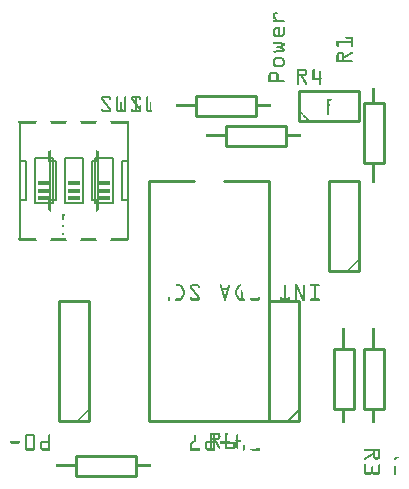
<source format=gto>
G04 MADE WITH FRITZING*
G04 WWW.FRITZING.ORG*
G04 DOUBLE SIDED*
G04 HOLES PLATED*
G04 CONTOUR ON CENTER OF CONTOUR VECTOR*
%ASAXBY*%
%FSLAX23Y23*%
%MOIN*%
%OFA0B0*%
%SFA1.0B1.0*%
%ADD10R,0.040000X0.015000*%
%ADD11C,0.010000*%
%ADD12C,0.005000*%
%ADD13C,0.008000*%
%ADD14R,0.001000X0.001000*%
%LNSILK1*%
G90*
G70*
G54D10*
X218Y1130D03*
X218Y1105D03*
X218Y1080D03*
X118Y1130D03*
X118Y1105D03*
X118Y1080D03*
X318Y1130D03*
X318Y1105D03*
X318Y1080D03*
X218Y1130D03*
X218Y1105D03*
X218Y1080D03*
G54D11*
X1168Y838D02*
X1168Y1138D01*
D02*
X1168Y1138D02*
X1068Y1138D01*
D02*
X1068Y1138D02*
X1068Y838D01*
D02*
X1068Y838D02*
X1168Y838D01*
D02*
X968Y338D02*
X968Y738D01*
D02*
X968Y738D02*
X868Y738D01*
D02*
X868Y738D02*
X868Y338D01*
D02*
X868Y338D02*
X968Y338D01*
G54D12*
D02*
X968Y373D02*
X933Y338D01*
G54D11*
D02*
X268Y338D02*
X268Y738D01*
D02*
X268Y738D02*
X168Y738D01*
D02*
X168Y738D02*
X168Y338D01*
D02*
X168Y338D02*
X268Y338D01*
D02*
X1185Y1197D02*
X1185Y1397D01*
D02*
X1185Y1397D02*
X1251Y1397D01*
D02*
X1251Y1397D02*
X1251Y1197D01*
D02*
X1251Y1197D02*
X1185Y1197D01*
D02*
X1251Y578D02*
X1251Y378D01*
D02*
X1251Y378D02*
X1185Y378D01*
D02*
X1185Y378D02*
X1185Y578D01*
D02*
X1185Y578D02*
X1251Y578D01*
D02*
X1151Y578D02*
X1151Y378D01*
D02*
X1151Y378D02*
X1085Y378D01*
D02*
X1085Y378D02*
X1085Y578D01*
D02*
X1085Y578D02*
X1151Y578D01*
G54D13*
D02*
X38Y1333D02*
X38Y1203D01*
D02*
X38Y1073D02*
X58Y1073D01*
D02*
X58Y1073D02*
X58Y1203D01*
D02*
X58Y1203D02*
X38Y1203D01*
D02*
X38Y1073D02*
X38Y943D01*
D02*
X38Y1203D02*
X38Y1073D01*
D02*
X298Y1203D02*
X278Y1203D01*
D02*
X278Y1203D02*
X278Y1073D01*
D02*
X278Y1073D02*
X298Y1073D01*
D02*
X298Y1073D02*
X298Y1203D01*
D02*
X188Y1213D02*
X188Y1063D01*
D02*
X188Y1213D02*
X248Y1213D01*
D02*
X248Y1063D02*
X248Y1213D01*
D02*
X248Y1063D02*
X188Y1063D01*
D02*
X88Y1213D02*
X88Y1063D01*
D02*
X88Y1213D02*
X148Y1213D01*
D02*
X148Y1063D02*
X148Y1213D01*
D02*
X148Y1063D02*
X88Y1063D01*
D02*
X138Y1073D02*
X158Y1073D01*
D02*
X158Y1073D02*
X158Y1203D01*
D02*
X158Y1203D02*
X138Y1203D01*
D02*
X138Y1203D02*
X138Y1073D01*
D02*
X398Y943D02*
X398Y1073D01*
D02*
X398Y1203D02*
X378Y1203D01*
D02*
X378Y1203D02*
X378Y1073D01*
D02*
X378Y1073D02*
X398Y1073D01*
D02*
X398Y1203D02*
X398Y1333D01*
D02*
X398Y1073D02*
X398Y1203D01*
D02*
X288Y1213D02*
X288Y1063D01*
D02*
X288Y1213D02*
X348Y1213D01*
D02*
X348Y1063D02*
X348Y1213D01*
D02*
X348Y1063D02*
X288Y1063D01*
D02*
X188Y1213D02*
X188Y1063D01*
D02*
X188Y1213D02*
X248Y1213D01*
D02*
X248Y1063D02*
X248Y1213D01*
D02*
X248Y1063D02*
X188Y1063D01*
G54D11*
D02*
X627Y1421D02*
X827Y1421D01*
D02*
X827Y1421D02*
X827Y1355D01*
D02*
X827Y1355D02*
X627Y1355D01*
D02*
X627Y1355D02*
X627Y1421D01*
D02*
X727Y1321D02*
X927Y1321D01*
D02*
X927Y1321D02*
X927Y1255D01*
D02*
X927Y1255D02*
X727Y1255D01*
D02*
X727Y1255D02*
X727Y1321D01*
D02*
X227Y221D02*
X427Y221D01*
D02*
X427Y221D02*
X427Y155D01*
D02*
X427Y155D02*
X227Y155D01*
D02*
X227Y155D02*
X227Y221D01*
D02*
X968Y1338D02*
X1168Y1338D01*
D02*
X1168Y1338D02*
X1168Y1438D01*
D02*
X1168Y1438D02*
X968Y1438D01*
D02*
X968Y1438D02*
X968Y1338D01*
D02*
X468Y1138D02*
X468Y338D01*
D02*
X468Y338D02*
X868Y338D01*
D02*
X868Y338D02*
X868Y1138D01*
D02*
X468Y1138D02*
X618Y1138D01*
D02*
X718Y1138D02*
X868Y1138D01*
G54D14*
X893Y1701D02*
X894Y1701D01*
X888Y1700D02*
X896Y1700D01*
X887Y1699D02*
X897Y1699D01*
X885Y1698D02*
X897Y1698D01*
X885Y1697D02*
X897Y1697D01*
X884Y1696D02*
X897Y1696D01*
X883Y1695D02*
X896Y1695D01*
X883Y1694D02*
X893Y1694D01*
X883Y1693D02*
X889Y1693D01*
X882Y1692D02*
X889Y1692D01*
X882Y1691D02*
X888Y1691D01*
X882Y1690D02*
X888Y1690D01*
X882Y1689D02*
X888Y1689D01*
X882Y1688D02*
X888Y1688D01*
X882Y1687D02*
X888Y1687D01*
X882Y1686D02*
X888Y1686D01*
X882Y1685D02*
X888Y1685D01*
X882Y1684D02*
X889Y1684D01*
X882Y1683D02*
X890Y1683D01*
X883Y1682D02*
X891Y1682D01*
X883Y1681D02*
X892Y1681D01*
X884Y1680D02*
X893Y1680D01*
X885Y1679D02*
X893Y1679D01*
X886Y1678D02*
X894Y1678D01*
X887Y1677D02*
X895Y1677D01*
X888Y1676D02*
X896Y1676D01*
X889Y1675D02*
X897Y1675D01*
X889Y1674D02*
X898Y1674D01*
X884Y1673D02*
X919Y1673D01*
X883Y1672D02*
X920Y1672D01*
X882Y1671D02*
X920Y1671D01*
X882Y1670D02*
X921Y1670D01*
X882Y1669D02*
X920Y1669D01*
X883Y1668D02*
X920Y1668D01*
X884Y1667D02*
X919Y1667D01*
X894Y1651D02*
X902Y1651D01*
X890Y1650D02*
X905Y1650D01*
X916Y1650D02*
X920Y1650D01*
X889Y1649D02*
X906Y1649D01*
X915Y1649D02*
X920Y1649D01*
X888Y1648D02*
X906Y1648D01*
X915Y1648D02*
X921Y1648D01*
X887Y1647D02*
X906Y1647D01*
X915Y1647D02*
X921Y1647D01*
X886Y1646D02*
X906Y1646D01*
X915Y1646D02*
X921Y1646D01*
X885Y1645D02*
X906Y1645D01*
X915Y1645D02*
X921Y1645D01*
X884Y1644D02*
X894Y1644D01*
X899Y1644D02*
X906Y1644D01*
X915Y1644D02*
X921Y1644D01*
X883Y1643D02*
X891Y1643D01*
X900Y1643D02*
X906Y1643D01*
X915Y1643D02*
X921Y1643D01*
X883Y1642D02*
X890Y1642D01*
X900Y1642D02*
X906Y1642D01*
X915Y1642D02*
X921Y1642D01*
X883Y1641D02*
X889Y1641D01*
X900Y1641D02*
X906Y1641D01*
X915Y1641D02*
X921Y1641D01*
X882Y1640D02*
X889Y1640D01*
X900Y1640D02*
X906Y1640D01*
X915Y1640D02*
X921Y1640D01*
X882Y1639D02*
X888Y1639D01*
X900Y1639D02*
X906Y1639D01*
X915Y1639D02*
X921Y1639D01*
X882Y1638D02*
X888Y1638D01*
X900Y1638D02*
X906Y1638D01*
X915Y1638D02*
X921Y1638D01*
X882Y1637D02*
X888Y1637D01*
X900Y1637D02*
X906Y1637D01*
X915Y1637D02*
X921Y1637D01*
X882Y1636D02*
X888Y1636D01*
X900Y1636D02*
X906Y1636D01*
X915Y1636D02*
X921Y1636D01*
X882Y1635D02*
X888Y1635D01*
X900Y1635D02*
X906Y1635D01*
X915Y1635D02*
X921Y1635D01*
X882Y1634D02*
X888Y1634D01*
X900Y1634D02*
X906Y1634D01*
X915Y1634D02*
X921Y1634D01*
X882Y1633D02*
X888Y1633D01*
X900Y1633D02*
X906Y1633D01*
X915Y1633D02*
X921Y1633D01*
X882Y1632D02*
X888Y1632D01*
X900Y1632D02*
X906Y1632D01*
X915Y1632D02*
X921Y1632D01*
X882Y1631D02*
X888Y1631D01*
X900Y1631D02*
X906Y1631D01*
X915Y1631D02*
X921Y1631D01*
X882Y1630D02*
X888Y1630D01*
X900Y1630D02*
X906Y1630D01*
X915Y1630D02*
X921Y1630D01*
X882Y1629D02*
X888Y1629D01*
X900Y1629D02*
X906Y1629D01*
X915Y1629D02*
X921Y1629D01*
X882Y1628D02*
X889Y1628D01*
X900Y1628D02*
X906Y1628D01*
X914Y1628D02*
X921Y1628D01*
X883Y1627D02*
X889Y1627D01*
X900Y1627D02*
X906Y1627D01*
X914Y1627D02*
X920Y1627D01*
X883Y1626D02*
X890Y1626D01*
X900Y1626D02*
X906Y1626D01*
X913Y1626D02*
X920Y1626D01*
X883Y1625D02*
X891Y1625D01*
X900Y1625D02*
X906Y1625D01*
X912Y1625D02*
X920Y1625D01*
X884Y1624D02*
X892Y1624D01*
X900Y1624D02*
X906Y1624D01*
X911Y1624D02*
X919Y1624D01*
X884Y1623D02*
X919Y1623D01*
X885Y1622D02*
X918Y1622D01*
X886Y1621D02*
X917Y1621D01*
X887Y1620D02*
X916Y1620D01*
X888Y1619D02*
X915Y1619D01*
X890Y1618D02*
X914Y1618D01*
X1126Y1618D02*
X1146Y1618D01*
X892Y1617D02*
X911Y1617D01*
X1125Y1617D02*
X1147Y1617D01*
X1124Y1616D02*
X1147Y1616D01*
X1124Y1615D02*
X1148Y1615D01*
X1124Y1614D02*
X1148Y1614D01*
X1125Y1613D02*
X1148Y1613D01*
X1126Y1612D02*
X1148Y1612D01*
X1142Y1611D02*
X1148Y1611D01*
X1142Y1610D02*
X1148Y1610D01*
X1142Y1609D02*
X1148Y1609D01*
X1142Y1608D02*
X1148Y1608D01*
X1142Y1607D02*
X1148Y1607D01*
X1142Y1606D02*
X1148Y1606D01*
X1141Y1605D02*
X1148Y1605D01*
X1094Y1604D02*
X1148Y1604D01*
X1094Y1603D02*
X1148Y1603D01*
X1094Y1602D02*
X1148Y1602D01*
X884Y1601D02*
X906Y1601D01*
X1094Y1601D02*
X1148Y1601D01*
X883Y1600D02*
X910Y1600D01*
X1094Y1600D02*
X1148Y1600D01*
X882Y1599D02*
X913Y1599D01*
X1094Y1599D02*
X1148Y1599D01*
X882Y1598D02*
X916Y1598D01*
X1094Y1598D02*
X1148Y1598D01*
X882Y1597D02*
X919Y1597D01*
X1094Y1597D02*
X1100Y1597D01*
X1142Y1597D02*
X1148Y1597D01*
X883Y1596D02*
X920Y1596D01*
X1094Y1596D02*
X1100Y1596D01*
X1142Y1596D02*
X1148Y1596D01*
X885Y1595D02*
X920Y1595D01*
X1094Y1595D02*
X1100Y1595D01*
X1142Y1595D02*
X1148Y1595D01*
X906Y1594D02*
X921Y1594D01*
X1094Y1594D02*
X1100Y1594D01*
X1142Y1594D02*
X1148Y1594D01*
X909Y1593D02*
X921Y1593D01*
X1094Y1593D02*
X1100Y1593D01*
X1142Y1593D02*
X1148Y1593D01*
X913Y1592D02*
X921Y1592D01*
X1094Y1592D02*
X1100Y1592D01*
X1142Y1592D02*
X1148Y1592D01*
X912Y1591D02*
X921Y1591D01*
X1094Y1591D02*
X1100Y1591D01*
X1142Y1591D02*
X1148Y1591D01*
X910Y1590D02*
X921Y1590D01*
X1094Y1590D02*
X1100Y1590D01*
X1142Y1590D02*
X1148Y1590D01*
X908Y1589D02*
X920Y1589D01*
X1094Y1589D02*
X1100Y1589D01*
X1142Y1589D02*
X1148Y1589D01*
X907Y1588D02*
X919Y1588D01*
X1094Y1588D02*
X1100Y1588D01*
X1142Y1588D02*
X1148Y1588D01*
X896Y1587D02*
X918Y1587D01*
X1095Y1587D02*
X1100Y1587D01*
X1142Y1587D02*
X1148Y1587D01*
X895Y1586D02*
X916Y1586D01*
X1095Y1586D02*
X1100Y1586D01*
X1142Y1586D02*
X1147Y1586D01*
X894Y1585D02*
X914Y1585D01*
X1096Y1585D02*
X1099Y1585D01*
X1143Y1585D02*
X1147Y1585D01*
X894Y1584D02*
X913Y1584D01*
X894Y1583D02*
X914Y1583D01*
X895Y1582D02*
X915Y1582D01*
X895Y1581D02*
X917Y1581D01*
X906Y1580D02*
X919Y1580D01*
X908Y1579D02*
X920Y1579D01*
X909Y1578D02*
X920Y1578D01*
X911Y1577D02*
X921Y1577D01*
X913Y1576D02*
X921Y1576D01*
X911Y1575D02*
X921Y1575D01*
X908Y1574D02*
X921Y1574D01*
X894Y1573D02*
X921Y1573D01*
X884Y1572D02*
X920Y1572D01*
X883Y1571D02*
X920Y1571D01*
X882Y1570D02*
X918Y1570D01*
X882Y1569D02*
X915Y1569D01*
X883Y1568D02*
X911Y1568D01*
X1102Y1568D02*
X1111Y1568D01*
X1143Y1568D02*
X1146Y1568D01*
X883Y1567D02*
X908Y1567D01*
X1100Y1567D02*
X1113Y1567D01*
X1141Y1567D02*
X1147Y1567D01*
X885Y1566D02*
X893Y1566D01*
X1098Y1566D02*
X1114Y1566D01*
X1140Y1566D02*
X1147Y1566D01*
X1097Y1565D02*
X1115Y1565D01*
X1138Y1565D02*
X1148Y1565D01*
X1096Y1564D02*
X1116Y1564D01*
X1136Y1564D02*
X1147Y1564D01*
X1096Y1563D02*
X1117Y1563D01*
X1135Y1563D02*
X1147Y1563D01*
X1095Y1562D02*
X1117Y1562D01*
X1133Y1562D02*
X1146Y1562D01*
X1095Y1561D02*
X1102Y1561D01*
X1110Y1561D02*
X1118Y1561D01*
X1131Y1561D02*
X1144Y1561D01*
X1095Y1560D02*
X1101Y1560D01*
X1111Y1560D02*
X1118Y1560D01*
X1129Y1560D02*
X1143Y1560D01*
X1095Y1559D02*
X1101Y1559D01*
X1112Y1559D02*
X1118Y1559D01*
X1128Y1559D02*
X1141Y1559D01*
X1094Y1558D02*
X1100Y1558D01*
X1112Y1558D02*
X1118Y1558D01*
X1126Y1558D02*
X1139Y1558D01*
X1094Y1557D02*
X1100Y1557D01*
X1112Y1557D02*
X1118Y1557D01*
X1124Y1557D02*
X1137Y1557D01*
X1094Y1556D02*
X1100Y1556D01*
X1112Y1556D02*
X1118Y1556D01*
X1123Y1556D02*
X1136Y1556D01*
X1094Y1555D02*
X1100Y1555D01*
X1112Y1555D02*
X1118Y1555D01*
X1121Y1555D02*
X1134Y1555D01*
X1094Y1554D02*
X1100Y1554D01*
X1112Y1554D02*
X1132Y1554D01*
X1094Y1553D02*
X1100Y1553D01*
X1112Y1553D02*
X1131Y1553D01*
X1094Y1552D02*
X1100Y1552D01*
X1112Y1552D02*
X1129Y1552D01*
X894Y1551D02*
X909Y1551D01*
X1094Y1551D02*
X1100Y1551D01*
X1112Y1551D02*
X1127Y1551D01*
X890Y1550D02*
X913Y1550D01*
X1094Y1550D02*
X1100Y1550D01*
X1112Y1550D02*
X1125Y1550D01*
X889Y1549D02*
X914Y1549D01*
X1094Y1549D02*
X1100Y1549D01*
X1112Y1549D02*
X1124Y1549D01*
X888Y1548D02*
X915Y1548D01*
X1094Y1548D02*
X1100Y1548D01*
X1112Y1548D02*
X1122Y1548D01*
X887Y1547D02*
X916Y1547D01*
X1094Y1547D02*
X1100Y1547D01*
X1112Y1547D02*
X1120Y1547D01*
X886Y1546D02*
X917Y1546D01*
X1094Y1546D02*
X1100Y1546D01*
X1112Y1546D02*
X1119Y1546D01*
X885Y1545D02*
X918Y1545D01*
X1094Y1545D02*
X1100Y1545D01*
X1112Y1545D02*
X1118Y1545D01*
X884Y1544D02*
X893Y1544D01*
X909Y1544D02*
X919Y1544D01*
X1094Y1544D02*
X1100Y1544D01*
X1112Y1544D02*
X1118Y1544D01*
X883Y1543D02*
X891Y1543D01*
X911Y1543D02*
X919Y1543D01*
X1094Y1543D02*
X1100Y1543D01*
X1112Y1543D02*
X1118Y1543D01*
X883Y1542D02*
X890Y1542D01*
X912Y1542D02*
X920Y1542D01*
X1094Y1542D02*
X1100Y1542D01*
X1112Y1542D02*
X1118Y1542D01*
X883Y1541D02*
X889Y1541D01*
X913Y1541D02*
X920Y1541D01*
X1094Y1541D02*
X1144Y1541D01*
X882Y1540D02*
X889Y1540D01*
X914Y1540D02*
X920Y1540D01*
X1094Y1540D02*
X1146Y1540D01*
X882Y1539D02*
X888Y1539D01*
X914Y1539D02*
X921Y1539D01*
X1094Y1539D02*
X1147Y1539D01*
X882Y1538D02*
X888Y1538D01*
X915Y1538D02*
X921Y1538D01*
X1094Y1538D02*
X1148Y1538D01*
X882Y1537D02*
X888Y1537D01*
X915Y1537D02*
X921Y1537D01*
X1094Y1537D02*
X1148Y1537D01*
X882Y1536D02*
X888Y1536D01*
X915Y1536D02*
X921Y1536D01*
X1094Y1536D02*
X1147Y1536D01*
X882Y1535D02*
X888Y1535D01*
X915Y1535D02*
X921Y1535D01*
X1094Y1535D02*
X1146Y1535D01*
X882Y1534D02*
X888Y1534D01*
X915Y1534D02*
X921Y1534D01*
X1095Y1534D02*
X1144Y1534D01*
X882Y1533D02*
X888Y1533D01*
X915Y1533D02*
X921Y1533D01*
X882Y1532D02*
X888Y1532D01*
X915Y1532D02*
X921Y1532D01*
X882Y1531D02*
X888Y1531D01*
X915Y1531D02*
X921Y1531D01*
X882Y1530D02*
X888Y1530D01*
X915Y1530D02*
X921Y1530D01*
X882Y1529D02*
X888Y1529D01*
X915Y1529D02*
X921Y1529D01*
X882Y1528D02*
X889Y1528D01*
X914Y1528D02*
X920Y1528D01*
X883Y1527D02*
X889Y1527D01*
X914Y1527D02*
X920Y1527D01*
X883Y1526D02*
X890Y1526D01*
X913Y1526D02*
X920Y1526D01*
X883Y1525D02*
X891Y1525D01*
X912Y1525D02*
X920Y1525D01*
X884Y1524D02*
X892Y1524D01*
X911Y1524D02*
X919Y1524D01*
X884Y1523D02*
X918Y1523D01*
X885Y1522D02*
X918Y1522D01*
X886Y1521D02*
X917Y1521D01*
X887Y1520D02*
X916Y1520D01*
X888Y1519D02*
X915Y1519D01*
X890Y1518D02*
X914Y1518D01*
X892Y1517D02*
X911Y1517D01*
X963Y1511D02*
X989Y1511D01*
X1016Y1511D02*
X1019Y1511D01*
X963Y1510D02*
X991Y1510D01*
X1015Y1510D02*
X1020Y1510D01*
X963Y1509D02*
X992Y1509D01*
X1015Y1509D02*
X1020Y1509D01*
X963Y1508D02*
X993Y1508D01*
X1014Y1508D02*
X1020Y1508D01*
X963Y1507D02*
X994Y1507D01*
X1014Y1507D02*
X1020Y1507D01*
X963Y1506D02*
X995Y1506D01*
X1014Y1506D02*
X1020Y1506D01*
X963Y1505D02*
X995Y1505D01*
X1014Y1505D02*
X1020Y1505D01*
X1037Y1505D02*
X1039Y1505D01*
X963Y1504D02*
X969Y1504D01*
X988Y1504D02*
X996Y1504D01*
X1014Y1504D02*
X1020Y1504D01*
X1036Y1504D02*
X1040Y1504D01*
X963Y1503D02*
X969Y1503D01*
X989Y1503D02*
X996Y1503D01*
X1014Y1503D02*
X1020Y1503D01*
X1035Y1503D02*
X1041Y1503D01*
X963Y1502D02*
X969Y1502D01*
X990Y1502D02*
X996Y1502D01*
X1014Y1502D02*
X1020Y1502D01*
X1035Y1502D02*
X1041Y1502D01*
X877Y1501D02*
X890Y1501D01*
X963Y1501D02*
X969Y1501D01*
X990Y1501D02*
X996Y1501D01*
X1014Y1501D02*
X1020Y1501D01*
X1035Y1501D02*
X1041Y1501D01*
X873Y1500D02*
X894Y1500D01*
X963Y1500D02*
X969Y1500D01*
X990Y1500D02*
X996Y1500D01*
X1014Y1500D02*
X1020Y1500D01*
X1035Y1500D02*
X1041Y1500D01*
X872Y1499D02*
X896Y1499D01*
X963Y1499D02*
X969Y1499D01*
X990Y1499D02*
X996Y1499D01*
X1014Y1499D02*
X1020Y1499D01*
X1035Y1499D02*
X1041Y1499D01*
X871Y1498D02*
X897Y1498D01*
X963Y1498D02*
X969Y1498D01*
X990Y1498D02*
X996Y1498D01*
X1014Y1498D02*
X1020Y1498D01*
X1035Y1498D02*
X1041Y1498D01*
X870Y1497D02*
X898Y1497D01*
X963Y1497D02*
X969Y1497D01*
X990Y1497D02*
X996Y1497D01*
X1014Y1497D02*
X1020Y1497D01*
X1035Y1497D02*
X1041Y1497D01*
X869Y1496D02*
X898Y1496D01*
X963Y1496D02*
X969Y1496D01*
X990Y1496D02*
X996Y1496D01*
X1014Y1496D02*
X1020Y1496D01*
X1035Y1496D02*
X1041Y1496D01*
X869Y1495D02*
X899Y1495D01*
X963Y1495D02*
X969Y1495D01*
X989Y1495D02*
X996Y1495D01*
X1014Y1495D02*
X1020Y1495D01*
X1035Y1495D02*
X1041Y1495D01*
X868Y1494D02*
X877Y1494D01*
X891Y1494D02*
X899Y1494D01*
X963Y1494D02*
X969Y1494D01*
X988Y1494D02*
X996Y1494D01*
X1014Y1494D02*
X1020Y1494D01*
X1035Y1494D02*
X1041Y1494D01*
X868Y1493D02*
X875Y1493D01*
X893Y1493D02*
X900Y1493D01*
X963Y1493D02*
X995Y1493D01*
X1014Y1493D02*
X1020Y1493D01*
X1035Y1493D02*
X1041Y1493D01*
X868Y1492D02*
X874Y1492D01*
X894Y1492D02*
X900Y1492D01*
X963Y1492D02*
X995Y1492D01*
X1014Y1492D02*
X1020Y1492D01*
X1035Y1492D02*
X1041Y1492D01*
X868Y1491D02*
X874Y1491D01*
X894Y1491D02*
X900Y1491D01*
X963Y1491D02*
X994Y1491D01*
X1014Y1491D02*
X1020Y1491D01*
X1035Y1491D02*
X1041Y1491D01*
X867Y1490D02*
X874Y1490D01*
X894Y1490D02*
X900Y1490D01*
X963Y1490D02*
X993Y1490D01*
X1014Y1490D02*
X1020Y1490D01*
X1035Y1490D02*
X1041Y1490D01*
X867Y1489D02*
X874Y1489D01*
X894Y1489D02*
X900Y1489D01*
X963Y1489D02*
X992Y1489D01*
X1014Y1489D02*
X1020Y1489D01*
X1035Y1489D02*
X1041Y1489D01*
X867Y1488D02*
X874Y1488D01*
X894Y1488D02*
X900Y1488D01*
X963Y1488D02*
X990Y1488D01*
X1014Y1488D02*
X1020Y1488D01*
X1035Y1488D02*
X1041Y1488D01*
X867Y1487D02*
X874Y1487D01*
X894Y1487D02*
X900Y1487D01*
X963Y1487D02*
X988Y1487D01*
X1014Y1487D02*
X1020Y1487D01*
X1035Y1487D02*
X1041Y1487D01*
X867Y1486D02*
X874Y1486D01*
X894Y1486D02*
X900Y1486D01*
X963Y1486D02*
X969Y1486D01*
X975Y1486D02*
X982Y1486D01*
X1014Y1486D02*
X1020Y1486D01*
X1035Y1486D02*
X1041Y1486D01*
X867Y1485D02*
X874Y1485D01*
X894Y1485D02*
X900Y1485D01*
X963Y1485D02*
X969Y1485D01*
X976Y1485D02*
X983Y1485D01*
X1014Y1485D02*
X1020Y1485D01*
X1035Y1485D02*
X1041Y1485D01*
X867Y1484D02*
X874Y1484D01*
X894Y1484D02*
X900Y1484D01*
X963Y1484D02*
X969Y1484D01*
X976Y1484D02*
X983Y1484D01*
X1014Y1484D02*
X1020Y1484D01*
X1035Y1484D02*
X1041Y1484D01*
X867Y1483D02*
X874Y1483D01*
X894Y1483D02*
X900Y1483D01*
X963Y1483D02*
X969Y1483D01*
X977Y1483D02*
X984Y1483D01*
X1014Y1483D02*
X1020Y1483D01*
X1035Y1483D02*
X1041Y1483D01*
X867Y1482D02*
X874Y1482D01*
X894Y1482D02*
X900Y1482D01*
X963Y1482D02*
X969Y1482D01*
X977Y1482D02*
X984Y1482D01*
X1014Y1482D02*
X1042Y1482D01*
X867Y1481D02*
X874Y1481D01*
X894Y1481D02*
X900Y1481D01*
X963Y1481D02*
X969Y1481D01*
X978Y1481D02*
X985Y1481D01*
X1014Y1481D02*
X1043Y1481D01*
X867Y1480D02*
X874Y1480D01*
X894Y1480D02*
X900Y1480D01*
X963Y1480D02*
X969Y1480D01*
X978Y1480D02*
X986Y1480D01*
X1014Y1480D02*
X1044Y1480D01*
X867Y1479D02*
X874Y1479D01*
X894Y1479D02*
X900Y1479D01*
X963Y1479D02*
X969Y1479D01*
X979Y1479D02*
X986Y1479D01*
X1014Y1479D02*
X1044Y1479D01*
X867Y1478D02*
X874Y1478D01*
X894Y1478D02*
X900Y1478D01*
X963Y1478D02*
X969Y1478D01*
X980Y1478D02*
X987Y1478D01*
X1014Y1478D02*
X1044Y1478D01*
X867Y1477D02*
X874Y1477D01*
X894Y1477D02*
X900Y1477D01*
X963Y1477D02*
X969Y1477D01*
X980Y1477D02*
X987Y1477D01*
X1014Y1477D02*
X1044Y1477D01*
X867Y1476D02*
X874Y1476D01*
X894Y1476D02*
X900Y1476D01*
X963Y1476D02*
X969Y1476D01*
X981Y1476D02*
X988Y1476D01*
X1014Y1476D02*
X1043Y1476D01*
X867Y1475D02*
X874Y1475D01*
X894Y1475D02*
X900Y1475D01*
X963Y1475D02*
X969Y1475D01*
X981Y1475D02*
X989Y1475D01*
X1035Y1475D02*
X1041Y1475D01*
X867Y1474D02*
X874Y1474D01*
X894Y1474D02*
X900Y1474D01*
X963Y1474D02*
X969Y1474D01*
X982Y1474D02*
X989Y1474D01*
X1035Y1474D02*
X1041Y1474D01*
X867Y1473D02*
X919Y1473D01*
X963Y1473D02*
X969Y1473D01*
X983Y1473D02*
X990Y1473D01*
X1035Y1473D02*
X1041Y1473D01*
X867Y1472D02*
X920Y1472D01*
X963Y1472D02*
X969Y1472D01*
X983Y1472D02*
X990Y1472D01*
X1035Y1472D02*
X1041Y1472D01*
X867Y1471D02*
X920Y1471D01*
X963Y1471D02*
X969Y1471D01*
X984Y1471D02*
X991Y1471D01*
X1035Y1471D02*
X1041Y1471D01*
X867Y1470D02*
X921Y1470D01*
X963Y1470D02*
X969Y1470D01*
X984Y1470D02*
X991Y1470D01*
X1035Y1470D02*
X1041Y1470D01*
X867Y1469D02*
X920Y1469D01*
X963Y1469D02*
X969Y1469D01*
X985Y1469D02*
X992Y1469D01*
X1035Y1469D02*
X1041Y1469D01*
X867Y1468D02*
X920Y1468D01*
X963Y1468D02*
X969Y1468D01*
X985Y1468D02*
X993Y1468D01*
X1035Y1468D02*
X1041Y1468D01*
X868Y1467D02*
X919Y1467D01*
X963Y1467D02*
X969Y1467D01*
X986Y1467D02*
X993Y1467D01*
X1035Y1467D02*
X1041Y1467D01*
X963Y1466D02*
X969Y1466D01*
X987Y1466D02*
X994Y1466D01*
X1035Y1466D02*
X1041Y1466D01*
X963Y1465D02*
X969Y1465D01*
X987Y1465D02*
X994Y1465D01*
X1035Y1465D02*
X1041Y1465D01*
X963Y1464D02*
X969Y1464D01*
X988Y1464D02*
X995Y1464D01*
X1035Y1464D02*
X1041Y1464D01*
X963Y1463D02*
X969Y1463D01*
X988Y1463D02*
X996Y1463D01*
X1035Y1463D02*
X1041Y1463D01*
X963Y1462D02*
X969Y1462D01*
X989Y1462D02*
X996Y1462D01*
X1035Y1462D02*
X1041Y1462D01*
X963Y1461D02*
X969Y1461D01*
X990Y1461D02*
X996Y1461D01*
X1035Y1461D02*
X1041Y1461D01*
X963Y1460D02*
X969Y1460D01*
X990Y1460D02*
X996Y1460D01*
X1035Y1460D02*
X1041Y1460D01*
X963Y1459D02*
X968Y1459D01*
X991Y1459D02*
X996Y1459D01*
X1036Y1459D02*
X1040Y1459D01*
X964Y1458D02*
X967Y1458D01*
X992Y1458D02*
X995Y1458D01*
X1037Y1458D02*
X1039Y1458D01*
X1212Y1446D02*
X1221Y1446D01*
X1212Y1445D02*
X1221Y1445D01*
X1212Y1444D02*
X1221Y1444D01*
X1212Y1443D02*
X1221Y1443D01*
X1212Y1442D02*
X1221Y1442D01*
X1212Y1441D02*
X1221Y1441D01*
X1212Y1440D02*
X1221Y1440D01*
X1212Y1439D02*
X1221Y1439D01*
X1212Y1438D02*
X1221Y1438D01*
X1212Y1437D02*
X1221Y1437D01*
X1212Y1436D02*
X1221Y1436D01*
X1212Y1435D02*
X1221Y1435D01*
X1212Y1434D02*
X1221Y1434D01*
X1212Y1433D02*
X1221Y1433D01*
X1212Y1432D02*
X1221Y1432D01*
X1212Y1431D02*
X1221Y1431D01*
X1212Y1430D02*
X1221Y1430D01*
X1212Y1429D02*
X1221Y1429D01*
X1212Y1428D02*
X1221Y1428D01*
X1212Y1427D02*
X1221Y1427D01*
X1212Y1426D02*
X1221Y1426D01*
X1212Y1425D02*
X1221Y1425D01*
X1212Y1424D02*
X1221Y1424D01*
X1212Y1423D02*
X1221Y1423D01*
X1212Y1422D02*
X1221Y1422D01*
X1212Y1421D02*
X1221Y1421D01*
X314Y1420D02*
X337Y1420D01*
X361Y1420D02*
X364Y1420D01*
X389Y1420D02*
X391Y1420D01*
X411Y1420D02*
X437Y1420D01*
X461Y1420D02*
X464Y1420D01*
X1212Y1420D02*
X1221Y1420D01*
X313Y1419D02*
X339Y1419D01*
X360Y1419D02*
X365Y1419D01*
X388Y1419D02*
X392Y1419D01*
X410Y1419D02*
X439Y1419D01*
X460Y1419D02*
X465Y1419D01*
X1212Y1419D02*
X1221Y1419D01*
X311Y1418D02*
X340Y1418D01*
X359Y1418D02*
X365Y1418D01*
X387Y1418D02*
X393Y1418D01*
X409Y1418D02*
X440Y1418D01*
X459Y1418D02*
X465Y1418D01*
X1212Y1418D02*
X1221Y1418D01*
X311Y1417D02*
X341Y1417D01*
X359Y1417D02*
X365Y1417D01*
X387Y1417D02*
X393Y1417D01*
X409Y1417D02*
X441Y1417D01*
X459Y1417D02*
X465Y1417D01*
X1212Y1417D02*
X1221Y1417D01*
X310Y1416D02*
X341Y1416D01*
X359Y1416D02*
X365Y1416D01*
X387Y1416D02*
X393Y1416D01*
X410Y1416D02*
X441Y1416D01*
X459Y1416D02*
X465Y1416D01*
X1212Y1416D02*
X1221Y1416D01*
X310Y1415D02*
X342Y1415D01*
X359Y1415D02*
X365Y1415D01*
X387Y1415D02*
X393Y1415D01*
X410Y1415D02*
X442Y1415D01*
X459Y1415D02*
X465Y1415D01*
X1212Y1415D02*
X1221Y1415D01*
X309Y1414D02*
X342Y1414D01*
X359Y1414D02*
X365Y1414D01*
X387Y1414D02*
X393Y1414D01*
X409Y1414D02*
X442Y1414D01*
X459Y1414D02*
X465Y1414D01*
X1212Y1414D02*
X1221Y1414D01*
X309Y1413D02*
X315Y1413D01*
X336Y1413D02*
X343Y1413D01*
X359Y1413D02*
X365Y1413D01*
X387Y1413D02*
X393Y1413D01*
X409Y1413D02*
X415Y1413D01*
X423Y1413D02*
X429Y1413D01*
X436Y1413D02*
X443Y1413D01*
X459Y1413D02*
X465Y1413D01*
X1212Y1413D02*
X1221Y1413D01*
X309Y1412D02*
X316Y1412D01*
X337Y1412D02*
X343Y1412D01*
X359Y1412D02*
X365Y1412D01*
X387Y1412D02*
X393Y1412D01*
X409Y1412D02*
X416Y1412D01*
X423Y1412D02*
X429Y1412D01*
X437Y1412D02*
X443Y1412D01*
X459Y1412D02*
X465Y1412D01*
X1212Y1412D02*
X1221Y1412D01*
X310Y1411D02*
X316Y1411D01*
X337Y1411D02*
X343Y1411D01*
X359Y1411D02*
X365Y1411D01*
X387Y1411D02*
X393Y1411D01*
X410Y1411D02*
X416Y1411D01*
X423Y1411D02*
X429Y1411D01*
X437Y1411D02*
X443Y1411D01*
X459Y1411D02*
X465Y1411D01*
X1063Y1411D02*
X1079Y1411D01*
X1212Y1411D02*
X1221Y1411D01*
X310Y1410D02*
X317Y1410D01*
X337Y1410D02*
X343Y1410D01*
X359Y1410D02*
X365Y1410D01*
X387Y1410D02*
X393Y1410D01*
X410Y1410D02*
X417Y1410D01*
X423Y1410D02*
X429Y1410D01*
X437Y1410D02*
X443Y1410D01*
X459Y1410D02*
X465Y1410D01*
X1063Y1410D02*
X1078Y1410D01*
X1212Y1410D02*
X1221Y1410D01*
X310Y1409D02*
X318Y1409D01*
X338Y1409D02*
X342Y1409D01*
X359Y1409D02*
X365Y1409D01*
X387Y1409D02*
X393Y1409D01*
X410Y1409D02*
X418Y1409D01*
X423Y1409D02*
X429Y1409D01*
X438Y1409D02*
X442Y1409D01*
X459Y1409D02*
X465Y1409D01*
X1063Y1409D02*
X1077Y1409D01*
X1212Y1409D02*
X1221Y1409D01*
X311Y1408D02*
X319Y1408D01*
X339Y1408D02*
X341Y1408D01*
X359Y1408D02*
X365Y1408D01*
X387Y1408D02*
X393Y1408D01*
X411Y1408D02*
X419Y1408D01*
X423Y1408D02*
X429Y1408D01*
X439Y1408D02*
X441Y1408D01*
X459Y1408D02*
X465Y1408D01*
X1063Y1408D02*
X1077Y1408D01*
X1212Y1408D02*
X1221Y1408D01*
X312Y1407D02*
X319Y1407D01*
X359Y1407D02*
X365Y1407D01*
X387Y1407D02*
X393Y1407D01*
X411Y1407D02*
X419Y1407D01*
X423Y1407D02*
X429Y1407D01*
X459Y1407D02*
X465Y1407D01*
X1063Y1407D02*
X1076Y1407D01*
X1212Y1407D02*
X1221Y1407D01*
X312Y1406D02*
X320Y1406D01*
X359Y1406D02*
X365Y1406D01*
X387Y1406D02*
X393Y1406D01*
X412Y1406D02*
X420Y1406D01*
X423Y1406D02*
X429Y1406D01*
X459Y1406D02*
X465Y1406D01*
X1063Y1406D02*
X1076Y1406D01*
X1212Y1406D02*
X1221Y1406D01*
X313Y1405D02*
X321Y1405D01*
X359Y1405D02*
X365Y1405D01*
X387Y1405D02*
X393Y1405D01*
X413Y1405D02*
X421Y1405D01*
X423Y1405D02*
X429Y1405D01*
X459Y1405D02*
X465Y1405D01*
X1063Y1405D02*
X1075Y1405D01*
X1212Y1405D02*
X1221Y1405D01*
X314Y1404D02*
X322Y1404D01*
X359Y1404D02*
X365Y1404D01*
X387Y1404D02*
X393Y1404D01*
X414Y1404D02*
X429Y1404D01*
X459Y1404D02*
X465Y1404D01*
X1063Y1404D02*
X1069Y1404D01*
X1212Y1404D02*
X1221Y1404D01*
X315Y1403D02*
X323Y1403D01*
X359Y1403D02*
X365Y1403D01*
X387Y1403D02*
X393Y1403D01*
X415Y1403D02*
X429Y1403D01*
X459Y1403D02*
X465Y1403D01*
X1063Y1403D02*
X1069Y1403D01*
X1212Y1403D02*
X1221Y1403D01*
X315Y1402D02*
X323Y1402D01*
X359Y1402D02*
X365Y1402D01*
X374Y1402D02*
X378Y1402D01*
X387Y1402D02*
X393Y1402D01*
X415Y1402D02*
X429Y1402D01*
X459Y1402D02*
X465Y1402D01*
X474Y1402D02*
X476Y1402D01*
X1063Y1402D02*
X1069Y1402D01*
X1212Y1402D02*
X1221Y1402D01*
X316Y1401D02*
X324Y1401D01*
X359Y1401D02*
X365Y1401D01*
X374Y1401D02*
X379Y1401D01*
X387Y1401D02*
X393Y1401D01*
X416Y1401D02*
X429Y1401D01*
X459Y1401D02*
X465Y1401D01*
X474Y1401D02*
X476Y1401D01*
X1063Y1401D02*
X1069Y1401D01*
X1212Y1401D02*
X1221Y1401D01*
X317Y1400D02*
X325Y1400D01*
X359Y1400D02*
X365Y1400D01*
X373Y1400D02*
X379Y1400D01*
X387Y1400D02*
X393Y1400D01*
X417Y1400D02*
X429Y1400D01*
X459Y1400D02*
X465Y1400D01*
X473Y1400D02*
X476Y1400D01*
X1063Y1400D02*
X1069Y1400D01*
X1212Y1400D02*
X1221Y1400D01*
X318Y1399D02*
X326Y1399D01*
X359Y1399D02*
X365Y1399D01*
X373Y1399D02*
X379Y1399D01*
X387Y1399D02*
X393Y1399D01*
X418Y1399D02*
X429Y1399D01*
X459Y1399D02*
X465Y1399D01*
X473Y1399D02*
X475Y1399D01*
X1063Y1399D02*
X1069Y1399D01*
X1212Y1399D02*
X1221Y1399D01*
X318Y1398D02*
X326Y1398D01*
X359Y1398D02*
X365Y1398D01*
X373Y1398D02*
X379Y1398D01*
X387Y1398D02*
X393Y1398D01*
X418Y1398D02*
X429Y1398D01*
X459Y1398D02*
X465Y1398D01*
X473Y1398D02*
X475Y1398D01*
X1063Y1398D02*
X1069Y1398D01*
X319Y1397D02*
X327Y1397D01*
X359Y1397D02*
X365Y1397D01*
X373Y1397D02*
X379Y1397D01*
X387Y1397D02*
X393Y1397D01*
X419Y1397D02*
X429Y1397D01*
X459Y1397D02*
X465Y1397D01*
X473Y1397D02*
X475Y1397D01*
X1063Y1397D02*
X1069Y1397D01*
X320Y1396D02*
X328Y1396D01*
X359Y1396D02*
X365Y1396D01*
X373Y1396D02*
X379Y1396D01*
X387Y1396D02*
X393Y1396D01*
X420Y1396D02*
X429Y1396D01*
X459Y1396D02*
X465Y1396D01*
X473Y1396D02*
X475Y1396D01*
X1063Y1396D02*
X1069Y1396D01*
X321Y1395D02*
X329Y1395D01*
X359Y1395D02*
X365Y1395D01*
X373Y1395D02*
X379Y1395D01*
X387Y1395D02*
X393Y1395D01*
X421Y1395D02*
X429Y1395D01*
X459Y1395D02*
X465Y1395D01*
X473Y1395D02*
X475Y1395D01*
X1063Y1395D02*
X1069Y1395D01*
X322Y1394D02*
X330Y1394D01*
X359Y1394D02*
X365Y1394D01*
X373Y1394D02*
X379Y1394D01*
X387Y1394D02*
X393Y1394D01*
X422Y1394D02*
X430Y1394D01*
X459Y1394D02*
X465Y1394D01*
X473Y1394D02*
X474Y1394D01*
X1063Y1394D02*
X1069Y1394D01*
X322Y1393D02*
X330Y1393D01*
X359Y1393D02*
X365Y1393D01*
X373Y1393D02*
X379Y1393D01*
X387Y1393D02*
X393Y1393D01*
X422Y1393D02*
X430Y1393D01*
X459Y1393D02*
X465Y1393D01*
X473Y1393D02*
X474Y1393D01*
X560Y1393D02*
X626Y1393D01*
X827Y1393D02*
X874Y1393D01*
X1063Y1393D02*
X1073Y1393D01*
X323Y1392D02*
X331Y1392D01*
X359Y1392D02*
X365Y1392D01*
X373Y1392D02*
X379Y1392D01*
X387Y1392D02*
X393Y1392D01*
X423Y1392D02*
X431Y1392D01*
X459Y1392D02*
X465Y1392D01*
X473Y1392D02*
X474Y1392D01*
X560Y1392D02*
X626Y1392D01*
X827Y1392D02*
X874Y1392D01*
X1063Y1392D02*
X1073Y1392D01*
X324Y1391D02*
X332Y1391D01*
X359Y1391D02*
X365Y1391D01*
X373Y1391D02*
X379Y1391D01*
X387Y1391D02*
X393Y1391D01*
X423Y1391D02*
X432Y1391D01*
X440Y1391D02*
X440Y1391D01*
X459Y1391D02*
X465Y1391D01*
X473Y1391D02*
X474Y1391D01*
X560Y1391D02*
X626Y1391D01*
X827Y1391D02*
X874Y1391D01*
X1063Y1391D02*
X1072Y1391D01*
X325Y1390D02*
X333Y1390D01*
X359Y1390D02*
X365Y1390D01*
X373Y1390D02*
X379Y1390D01*
X387Y1390D02*
X393Y1390D01*
X423Y1390D02*
X433Y1390D01*
X438Y1390D02*
X442Y1390D01*
X459Y1390D02*
X465Y1390D01*
X473Y1390D02*
X474Y1390D01*
X560Y1390D02*
X626Y1390D01*
X827Y1390D02*
X874Y1390D01*
X1063Y1390D02*
X1072Y1390D01*
X325Y1389D02*
X334Y1389D01*
X359Y1389D02*
X365Y1389D01*
X373Y1389D02*
X379Y1389D01*
X387Y1389D02*
X393Y1389D01*
X423Y1389D02*
X433Y1389D01*
X437Y1389D02*
X443Y1389D01*
X459Y1389D02*
X465Y1389D01*
X473Y1389D02*
X474Y1389D01*
X560Y1389D02*
X626Y1389D01*
X827Y1389D02*
X874Y1389D01*
X1063Y1389D02*
X1072Y1389D01*
X326Y1388D02*
X334Y1388D01*
X359Y1388D02*
X365Y1388D01*
X373Y1388D02*
X379Y1388D01*
X387Y1388D02*
X393Y1388D01*
X423Y1388D02*
X434Y1388D01*
X437Y1388D02*
X443Y1388D01*
X459Y1388D02*
X465Y1388D01*
X473Y1388D02*
X474Y1388D01*
X560Y1388D02*
X626Y1388D01*
X827Y1388D02*
X874Y1388D01*
X1063Y1388D02*
X1072Y1388D01*
X327Y1387D02*
X335Y1387D01*
X359Y1387D02*
X365Y1387D01*
X373Y1387D02*
X379Y1387D01*
X387Y1387D02*
X393Y1387D01*
X423Y1387D02*
X435Y1387D01*
X437Y1387D02*
X443Y1387D01*
X459Y1387D02*
X465Y1387D01*
X473Y1387D02*
X474Y1387D01*
X560Y1387D02*
X626Y1387D01*
X827Y1387D02*
X874Y1387D01*
X1063Y1387D02*
X1072Y1387D01*
X328Y1386D02*
X336Y1386D01*
X359Y1386D02*
X365Y1386D01*
X373Y1386D02*
X379Y1386D01*
X387Y1386D02*
X393Y1386D01*
X423Y1386D02*
X443Y1386D01*
X459Y1386D02*
X465Y1386D01*
X473Y1386D02*
X474Y1386D01*
X560Y1386D02*
X626Y1386D01*
X827Y1386D02*
X874Y1386D01*
X1063Y1386D02*
X1069Y1386D01*
X329Y1385D02*
X337Y1385D01*
X359Y1385D02*
X365Y1385D01*
X373Y1385D02*
X379Y1385D01*
X387Y1385D02*
X393Y1385D01*
X423Y1385D02*
X443Y1385D01*
X459Y1385D02*
X465Y1385D01*
X473Y1385D02*
X474Y1385D01*
X560Y1385D02*
X626Y1385D01*
X827Y1385D02*
X874Y1385D01*
X1063Y1385D02*
X1069Y1385D01*
X329Y1384D02*
X337Y1384D01*
X359Y1384D02*
X365Y1384D01*
X373Y1384D02*
X379Y1384D01*
X387Y1384D02*
X393Y1384D01*
X423Y1384D02*
X443Y1384D01*
X459Y1384D02*
X465Y1384D01*
X473Y1384D02*
X474Y1384D01*
X560Y1384D02*
X626Y1384D01*
X827Y1384D02*
X874Y1384D01*
X1063Y1384D02*
X1069Y1384D01*
X330Y1383D02*
X338Y1383D01*
X359Y1383D02*
X365Y1383D01*
X373Y1383D02*
X379Y1383D01*
X387Y1383D02*
X393Y1383D01*
X423Y1383D02*
X443Y1383D01*
X459Y1383D02*
X465Y1383D01*
X473Y1383D02*
X474Y1383D01*
X1063Y1383D02*
X1069Y1383D01*
X331Y1382D02*
X339Y1382D01*
X359Y1382D02*
X365Y1382D01*
X373Y1382D02*
X379Y1382D01*
X387Y1382D02*
X393Y1382D01*
X423Y1382D02*
X429Y1382D01*
X431Y1382D02*
X443Y1382D01*
X459Y1382D02*
X465Y1382D01*
X473Y1382D02*
X475Y1382D01*
X1063Y1382D02*
X1069Y1382D01*
X332Y1381D02*
X340Y1381D01*
X359Y1381D02*
X365Y1381D01*
X373Y1381D02*
X379Y1381D01*
X387Y1381D02*
X393Y1381D01*
X423Y1381D02*
X429Y1381D01*
X432Y1381D02*
X443Y1381D01*
X459Y1381D02*
X465Y1381D01*
X473Y1381D02*
X475Y1381D01*
X1063Y1381D02*
X1069Y1381D01*
X332Y1380D02*
X341Y1380D01*
X359Y1380D02*
X365Y1380D01*
X373Y1380D02*
X379Y1380D01*
X387Y1380D02*
X393Y1380D01*
X423Y1380D02*
X429Y1380D01*
X432Y1380D02*
X443Y1380D01*
X459Y1380D02*
X465Y1380D01*
X473Y1380D02*
X475Y1380D01*
X1063Y1380D02*
X1069Y1380D01*
X311Y1379D02*
X313Y1379D01*
X333Y1379D02*
X341Y1379D01*
X359Y1379D02*
X365Y1379D01*
X373Y1379D02*
X379Y1379D01*
X387Y1379D02*
X393Y1379D01*
X411Y1379D02*
X413Y1379D01*
X423Y1379D02*
X429Y1379D01*
X433Y1379D02*
X443Y1379D01*
X459Y1379D02*
X465Y1379D01*
X473Y1379D02*
X475Y1379D01*
X1063Y1379D02*
X1069Y1379D01*
X310Y1378D02*
X314Y1378D01*
X334Y1378D02*
X342Y1378D01*
X359Y1378D02*
X365Y1378D01*
X373Y1378D02*
X379Y1378D01*
X387Y1378D02*
X393Y1378D01*
X410Y1378D02*
X414Y1378D01*
X423Y1378D02*
X429Y1378D01*
X434Y1378D02*
X443Y1378D01*
X459Y1378D02*
X465Y1378D01*
X473Y1378D02*
X475Y1378D01*
X1063Y1378D02*
X1069Y1378D01*
X310Y1377D02*
X315Y1377D01*
X335Y1377D02*
X342Y1377D01*
X359Y1377D02*
X365Y1377D01*
X373Y1377D02*
X379Y1377D01*
X387Y1377D02*
X393Y1377D01*
X410Y1377D02*
X415Y1377D01*
X423Y1377D02*
X429Y1377D01*
X435Y1377D02*
X443Y1377D01*
X459Y1377D02*
X465Y1377D01*
X473Y1377D02*
X476Y1377D01*
X1063Y1377D02*
X1069Y1377D01*
X309Y1376D02*
X315Y1376D01*
X336Y1376D02*
X343Y1376D01*
X359Y1376D02*
X366Y1376D01*
X373Y1376D02*
X380Y1376D01*
X386Y1376D02*
X393Y1376D01*
X409Y1376D02*
X415Y1376D01*
X423Y1376D02*
X429Y1376D01*
X436Y1376D02*
X443Y1376D01*
X459Y1376D02*
X466Y1376D01*
X473Y1376D02*
X476Y1376D01*
X1063Y1376D02*
X1069Y1376D01*
X309Y1375D02*
X316Y1375D01*
X336Y1375D02*
X343Y1375D01*
X359Y1375D02*
X366Y1375D01*
X372Y1375D02*
X380Y1375D01*
X386Y1375D02*
X393Y1375D01*
X409Y1375D02*
X415Y1375D01*
X423Y1375D02*
X429Y1375D01*
X436Y1375D02*
X443Y1375D01*
X459Y1375D02*
X466Y1375D01*
X472Y1375D02*
X476Y1375D01*
X969Y1375D02*
X969Y1375D01*
X1063Y1375D02*
X1069Y1375D01*
X309Y1374D02*
X316Y1374D01*
X337Y1374D02*
X343Y1374D01*
X360Y1374D02*
X367Y1374D01*
X371Y1374D02*
X381Y1374D01*
X385Y1374D02*
X392Y1374D01*
X409Y1374D02*
X416Y1374D01*
X423Y1374D02*
X429Y1374D01*
X437Y1374D02*
X443Y1374D01*
X460Y1374D02*
X467Y1374D01*
X471Y1374D02*
X477Y1374D01*
X968Y1374D02*
X970Y1374D01*
X1063Y1374D02*
X1069Y1374D01*
X310Y1373D02*
X343Y1373D01*
X360Y1373D02*
X392Y1373D01*
X410Y1373D02*
X443Y1373D01*
X460Y1373D02*
X477Y1373D01*
X967Y1373D02*
X971Y1373D01*
X1063Y1373D02*
X1069Y1373D01*
X310Y1372D02*
X342Y1372D01*
X361Y1372D02*
X391Y1372D01*
X410Y1372D02*
X443Y1372D01*
X461Y1372D02*
X477Y1372D01*
X966Y1372D02*
X972Y1372D01*
X1063Y1372D02*
X1069Y1372D01*
X311Y1371D02*
X342Y1371D01*
X362Y1371D02*
X391Y1371D01*
X410Y1371D02*
X443Y1371D01*
X462Y1371D02*
X478Y1371D01*
X967Y1371D02*
X973Y1371D01*
X1063Y1371D02*
X1069Y1371D01*
X311Y1370D02*
X342Y1370D01*
X362Y1370D02*
X390Y1370D01*
X409Y1370D02*
X443Y1370D01*
X462Y1370D02*
X478Y1370D01*
X968Y1370D02*
X974Y1370D01*
X1063Y1370D02*
X1069Y1370D01*
X312Y1369D02*
X341Y1369D01*
X363Y1369D02*
X389Y1369D01*
X409Y1369D02*
X443Y1369D01*
X463Y1369D02*
X479Y1369D01*
X969Y1369D02*
X975Y1369D01*
X1063Y1369D02*
X1069Y1369D01*
X314Y1368D02*
X340Y1368D01*
X363Y1368D02*
X375Y1368D01*
X377Y1368D02*
X389Y1368D01*
X410Y1368D02*
X442Y1368D01*
X463Y1368D02*
X475Y1368D01*
X477Y1368D02*
X479Y1368D01*
X970Y1368D02*
X976Y1368D01*
X1063Y1368D02*
X1069Y1368D01*
X315Y1367D02*
X338Y1367D01*
X364Y1367D02*
X374Y1367D01*
X378Y1367D02*
X388Y1367D01*
X411Y1367D02*
X441Y1367D01*
X464Y1367D02*
X474Y1367D01*
X478Y1367D02*
X480Y1367D01*
X971Y1367D02*
X977Y1367D01*
X1063Y1367D02*
X1069Y1367D01*
X972Y1366D02*
X978Y1366D01*
X1063Y1366D02*
X1069Y1366D01*
X973Y1365D02*
X979Y1365D01*
X1063Y1365D02*
X1069Y1365D01*
X974Y1364D02*
X980Y1364D01*
X1063Y1364D02*
X1069Y1364D01*
X975Y1363D02*
X981Y1363D01*
X1063Y1363D02*
X1069Y1363D01*
X976Y1362D02*
X981Y1362D01*
X1063Y1362D02*
X1069Y1362D01*
X977Y1361D02*
X982Y1361D01*
X1063Y1361D02*
X1069Y1361D01*
X978Y1360D02*
X983Y1360D01*
X1063Y1360D02*
X1069Y1360D01*
X979Y1359D02*
X984Y1359D01*
X1063Y1359D02*
X1068Y1359D01*
X980Y1358D02*
X985Y1358D01*
X1064Y1358D02*
X1067Y1358D01*
X981Y1357D02*
X986Y1357D01*
X982Y1356D02*
X987Y1356D01*
X983Y1355D02*
X988Y1355D01*
X984Y1354D02*
X989Y1354D01*
X984Y1353D02*
X991Y1353D01*
X985Y1352D02*
X992Y1352D01*
X986Y1351D02*
X993Y1351D01*
X987Y1350D02*
X994Y1350D01*
X988Y1349D02*
X995Y1349D01*
X989Y1348D02*
X996Y1348D01*
X990Y1347D02*
X997Y1347D01*
X991Y1346D02*
X998Y1346D01*
X992Y1345D02*
X999Y1345D01*
X993Y1344D02*
X1000Y1344D01*
X994Y1343D02*
X1001Y1343D01*
X995Y1342D02*
X1002Y1342D01*
X996Y1341D02*
X1003Y1341D01*
X997Y1340D02*
X1003Y1340D01*
X998Y1339D02*
X1002Y1339D01*
X999Y1338D02*
X1001Y1338D01*
X35Y1337D02*
X95Y1337D01*
X139Y1337D02*
X195Y1337D01*
X239Y1337D02*
X295Y1337D01*
X339Y1337D02*
X399Y1337D01*
X34Y1336D02*
X94Y1336D01*
X140Y1336D02*
X194Y1336D01*
X240Y1336D02*
X294Y1336D01*
X340Y1336D02*
X400Y1336D01*
X34Y1335D02*
X93Y1335D01*
X141Y1335D02*
X193Y1335D01*
X241Y1335D02*
X293Y1335D01*
X341Y1335D02*
X400Y1335D01*
X34Y1334D02*
X92Y1334D01*
X142Y1334D02*
X192Y1334D01*
X242Y1334D02*
X292Y1334D01*
X342Y1334D02*
X400Y1334D01*
X34Y1333D02*
X92Y1333D01*
X142Y1333D02*
X192Y1333D01*
X242Y1333D02*
X292Y1333D01*
X342Y1333D02*
X400Y1333D01*
X34Y1332D02*
X91Y1332D01*
X143Y1332D02*
X191Y1332D01*
X243Y1332D02*
X291Y1332D01*
X343Y1332D02*
X400Y1332D01*
X35Y1331D02*
X90Y1331D01*
X144Y1331D02*
X190Y1331D01*
X244Y1331D02*
X290Y1331D01*
X344Y1331D02*
X399Y1331D01*
X36Y1330D02*
X90Y1330D01*
X144Y1330D02*
X190Y1330D01*
X244Y1330D02*
X290Y1330D01*
X344Y1330D02*
X398Y1330D01*
X660Y1293D02*
X726Y1293D01*
X927Y1293D02*
X974Y1293D01*
X660Y1292D02*
X726Y1292D01*
X927Y1292D02*
X974Y1292D01*
X660Y1291D02*
X726Y1291D01*
X927Y1291D02*
X974Y1291D01*
X660Y1290D02*
X726Y1290D01*
X927Y1290D02*
X974Y1290D01*
X660Y1289D02*
X726Y1289D01*
X927Y1289D02*
X974Y1289D01*
X660Y1288D02*
X726Y1288D01*
X927Y1288D02*
X974Y1288D01*
X660Y1287D02*
X726Y1287D01*
X927Y1287D02*
X974Y1287D01*
X660Y1286D02*
X726Y1286D01*
X927Y1286D02*
X974Y1286D01*
X660Y1285D02*
X726Y1285D01*
X927Y1285D02*
X974Y1285D01*
X660Y1284D02*
X726Y1284D01*
X927Y1284D02*
X974Y1284D01*
X141Y1243D02*
X141Y1243D01*
X293Y1243D02*
X293Y1243D01*
X140Y1242D02*
X141Y1242D01*
X293Y1242D02*
X293Y1242D01*
X140Y1241D02*
X141Y1241D01*
X293Y1241D02*
X294Y1241D01*
X139Y1240D02*
X141Y1240D01*
X293Y1240D02*
X295Y1240D01*
X137Y1239D02*
X141Y1239D01*
X293Y1239D02*
X297Y1239D01*
X136Y1238D02*
X141Y1238D01*
X293Y1238D02*
X298Y1238D01*
X135Y1237D02*
X141Y1237D01*
X293Y1237D02*
X299Y1237D01*
X133Y1236D02*
X141Y1236D01*
X293Y1236D02*
X300Y1236D01*
X133Y1235D02*
X141Y1235D01*
X293Y1235D02*
X300Y1235D01*
X133Y1234D02*
X141Y1234D01*
X293Y1234D02*
X300Y1234D01*
X133Y1233D02*
X141Y1233D01*
X293Y1233D02*
X300Y1233D01*
X133Y1232D02*
X141Y1232D01*
X293Y1232D02*
X300Y1232D01*
X133Y1231D02*
X141Y1231D01*
X293Y1231D02*
X300Y1231D01*
X133Y1230D02*
X141Y1230D01*
X293Y1230D02*
X300Y1230D01*
X133Y1229D02*
X141Y1229D01*
X293Y1229D02*
X300Y1229D01*
X133Y1228D02*
X141Y1228D01*
X293Y1228D02*
X300Y1228D01*
X133Y1227D02*
X141Y1227D01*
X293Y1227D02*
X300Y1227D01*
X133Y1226D02*
X141Y1226D01*
X293Y1226D02*
X300Y1226D01*
X133Y1225D02*
X141Y1225D01*
X293Y1225D02*
X300Y1225D01*
X133Y1224D02*
X141Y1224D01*
X293Y1224D02*
X300Y1224D01*
X133Y1223D02*
X141Y1223D01*
X293Y1223D02*
X300Y1223D01*
X133Y1222D02*
X141Y1222D01*
X293Y1222D02*
X300Y1222D01*
X133Y1221D02*
X141Y1221D01*
X293Y1221D02*
X300Y1221D01*
X133Y1220D02*
X141Y1220D01*
X293Y1220D02*
X300Y1220D01*
X133Y1219D02*
X141Y1219D01*
X293Y1219D02*
X300Y1219D01*
X133Y1218D02*
X141Y1218D01*
X293Y1218D02*
X300Y1218D01*
X133Y1217D02*
X141Y1217D01*
X293Y1217D02*
X300Y1217D01*
X133Y1216D02*
X141Y1216D01*
X293Y1216D02*
X300Y1216D01*
X133Y1215D02*
X141Y1215D01*
X293Y1215D02*
X300Y1215D01*
X133Y1214D02*
X141Y1214D01*
X293Y1214D02*
X300Y1214D01*
X133Y1213D02*
X141Y1213D01*
X293Y1213D02*
X300Y1213D01*
X133Y1212D02*
X141Y1212D01*
X293Y1212D02*
X300Y1212D01*
X133Y1211D02*
X141Y1211D01*
X293Y1211D02*
X300Y1211D01*
X133Y1210D02*
X141Y1210D01*
X293Y1210D02*
X300Y1210D01*
X133Y1209D02*
X141Y1209D01*
X293Y1209D02*
X300Y1209D01*
X133Y1208D02*
X141Y1208D01*
X293Y1208D02*
X300Y1208D01*
X133Y1207D02*
X141Y1207D01*
X293Y1207D02*
X300Y1207D01*
X133Y1206D02*
X141Y1206D01*
X293Y1206D02*
X300Y1206D01*
X133Y1205D02*
X141Y1205D01*
X293Y1205D02*
X300Y1205D01*
X134Y1204D02*
X140Y1204D01*
X293Y1204D02*
X300Y1204D01*
X134Y1203D02*
X140Y1203D01*
X294Y1203D02*
X300Y1203D01*
X134Y1202D02*
X140Y1202D01*
X294Y1202D02*
X300Y1202D01*
X135Y1201D02*
X139Y1201D01*
X295Y1201D02*
X299Y1201D01*
X136Y1200D02*
X138Y1200D01*
X296Y1200D02*
X298Y1200D01*
X1212Y1198D02*
X1221Y1198D01*
X1212Y1197D02*
X1221Y1197D01*
X1212Y1196D02*
X1221Y1196D01*
X1212Y1195D02*
X1221Y1195D01*
X1212Y1194D02*
X1221Y1194D01*
X1212Y1193D02*
X1221Y1193D01*
X1212Y1192D02*
X1221Y1192D01*
X1212Y1191D02*
X1221Y1191D01*
X1212Y1190D02*
X1221Y1190D01*
X1212Y1189D02*
X1221Y1189D01*
X1212Y1188D02*
X1221Y1188D01*
X1212Y1187D02*
X1221Y1187D01*
X1212Y1186D02*
X1221Y1186D01*
X1212Y1185D02*
X1221Y1185D01*
X1212Y1184D02*
X1221Y1184D01*
X1212Y1183D02*
X1221Y1183D01*
X1212Y1182D02*
X1221Y1182D01*
X1212Y1181D02*
X1221Y1181D01*
X1212Y1180D02*
X1221Y1180D01*
X1212Y1179D02*
X1221Y1179D01*
X1212Y1178D02*
X1221Y1178D01*
X1212Y1177D02*
X1221Y1177D01*
X1212Y1176D02*
X1221Y1176D01*
X1212Y1175D02*
X1221Y1175D01*
X1212Y1174D02*
X1221Y1174D01*
X1212Y1173D02*
X1221Y1173D01*
X1212Y1172D02*
X1221Y1172D01*
X1212Y1171D02*
X1221Y1171D01*
X1212Y1170D02*
X1221Y1170D01*
X1212Y1169D02*
X1221Y1169D01*
X1212Y1168D02*
X1221Y1168D01*
X1212Y1167D02*
X1221Y1167D01*
X1212Y1166D02*
X1221Y1166D01*
X1212Y1165D02*
X1221Y1165D01*
X1212Y1164D02*
X1221Y1164D01*
X1212Y1163D02*
X1221Y1163D01*
X1212Y1162D02*
X1221Y1162D01*
X1212Y1161D02*
X1221Y1161D01*
X1212Y1160D02*
X1221Y1160D01*
X1212Y1159D02*
X1221Y1159D01*
X1212Y1158D02*
X1221Y1158D01*
X1212Y1157D02*
X1221Y1157D01*
X1212Y1156D02*
X1221Y1156D01*
X1212Y1155D02*
X1221Y1155D01*
X1212Y1154D02*
X1221Y1154D01*
X1212Y1153D02*
X1221Y1153D01*
X1212Y1152D02*
X1221Y1152D01*
X1212Y1151D02*
X1221Y1151D01*
X1212Y1150D02*
X1221Y1150D01*
X1212Y1149D02*
X1221Y1149D01*
X1212Y1148D02*
X1221Y1148D01*
X1212Y1147D02*
X1221Y1147D01*
X1212Y1146D02*
X1221Y1146D01*
X1212Y1145D02*
X1221Y1145D01*
X1212Y1144D02*
X1221Y1144D01*
X1212Y1143D02*
X1221Y1143D01*
X1212Y1142D02*
X1221Y1142D01*
X1212Y1141D02*
X1221Y1141D01*
X1212Y1140D02*
X1221Y1140D01*
X1212Y1139D02*
X1221Y1139D01*
X1212Y1138D02*
X1221Y1138D01*
X1212Y1137D02*
X1221Y1137D01*
X1212Y1136D02*
X1221Y1136D01*
X1212Y1135D02*
X1221Y1135D01*
X1212Y1134D02*
X1221Y1134D01*
X1212Y1133D02*
X1221Y1133D01*
X1212Y1132D02*
X1221Y1132D01*
X1212Y1131D02*
X1212Y1131D01*
X135Y1077D02*
X139Y1077D01*
X295Y1077D02*
X299Y1077D01*
X134Y1076D02*
X140Y1076D01*
X294Y1076D02*
X300Y1076D01*
X134Y1075D02*
X140Y1075D01*
X294Y1075D02*
X300Y1075D01*
X134Y1074D02*
X140Y1074D01*
X294Y1074D02*
X300Y1074D01*
X133Y1073D02*
X141Y1073D01*
X293Y1073D02*
X300Y1073D01*
X133Y1072D02*
X141Y1072D01*
X293Y1072D02*
X300Y1072D01*
X133Y1071D02*
X141Y1071D01*
X293Y1071D02*
X300Y1071D01*
X133Y1070D02*
X141Y1070D01*
X293Y1070D02*
X300Y1070D01*
X133Y1069D02*
X141Y1069D01*
X293Y1069D02*
X300Y1069D01*
X133Y1068D02*
X141Y1068D01*
X293Y1068D02*
X300Y1068D01*
X133Y1067D02*
X141Y1067D01*
X293Y1067D02*
X300Y1067D01*
X133Y1066D02*
X141Y1066D01*
X293Y1066D02*
X300Y1066D01*
X133Y1065D02*
X141Y1065D01*
X293Y1065D02*
X300Y1065D01*
X133Y1064D02*
X141Y1064D01*
X293Y1064D02*
X300Y1064D01*
X133Y1063D02*
X141Y1063D01*
X293Y1063D02*
X300Y1063D01*
X133Y1062D02*
X141Y1062D01*
X293Y1062D02*
X300Y1062D01*
X133Y1061D02*
X141Y1061D01*
X293Y1061D02*
X300Y1061D01*
X133Y1060D02*
X141Y1060D01*
X293Y1060D02*
X300Y1060D01*
X133Y1059D02*
X141Y1059D01*
X293Y1059D02*
X300Y1059D01*
X133Y1058D02*
X141Y1058D01*
X293Y1058D02*
X300Y1058D01*
X133Y1057D02*
X141Y1057D01*
X293Y1057D02*
X300Y1057D01*
X133Y1056D02*
X141Y1056D01*
X293Y1056D02*
X300Y1056D01*
X133Y1055D02*
X141Y1055D01*
X293Y1055D02*
X300Y1055D01*
X133Y1054D02*
X141Y1054D01*
X293Y1054D02*
X300Y1054D01*
X133Y1053D02*
X141Y1053D01*
X293Y1053D02*
X300Y1053D01*
X133Y1052D02*
X141Y1052D01*
X293Y1052D02*
X300Y1052D01*
X133Y1051D02*
X141Y1051D01*
X293Y1051D02*
X300Y1051D01*
X133Y1050D02*
X141Y1050D01*
X293Y1050D02*
X300Y1050D01*
X133Y1049D02*
X141Y1049D01*
X293Y1049D02*
X300Y1049D01*
X133Y1048D02*
X141Y1048D01*
X293Y1048D02*
X300Y1048D01*
X133Y1047D02*
X141Y1047D01*
X293Y1047D02*
X300Y1047D01*
X133Y1046D02*
X141Y1046D01*
X293Y1046D02*
X300Y1046D01*
X133Y1045D02*
X141Y1045D01*
X293Y1045D02*
X300Y1045D01*
X133Y1044D02*
X141Y1044D01*
X293Y1044D02*
X300Y1044D01*
X133Y1043D02*
X141Y1043D01*
X293Y1043D02*
X300Y1043D01*
X133Y1042D02*
X141Y1042D01*
X293Y1042D02*
X300Y1042D01*
X134Y1041D02*
X141Y1041D01*
X293Y1041D02*
X300Y1041D01*
X135Y1040D02*
X141Y1040D01*
X293Y1040D02*
X299Y1040D01*
X137Y1039D02*
X141Y1039D01*
X293Y1039D02*
X297Y1039D01*
X138Y1038D02*
X141Y1038D01*
X293Y1038D02*
X296Y1038D01*
X139Y1037D02*
X141Y1037D01*
X293Y1037D02*
X295Y1037D01*
X140Y1036D02*
X141Y1036D01*
X293Y1036D02*
X294Y1036D01*
X141Y1035D02*
X141Y1035D01*
X293Y1035D02*
X293Y1035D01*
X178Y1027D02*
X188Y1027D01*
X178Y1026D02*
X188Y1026D01*
X178Y1025D02*
X187Y1025D01*
X178Y1024D02*
X187Y1024D01*
X178Y1023D02*
X187Y1023D01*
X178Y1022D02*
X186Y1022D01*
X178Y1021D02*
X186Y1021D01*
X178Y1020D02*
X184Y1020D01*
X178Y1019D02*
X184Y1019D01*
X178Y1018D02*
X184Y1018D01*
X178Y1017D02*
X184Y1017D01*
X178Y1016D02*
X184Y1016D01*
X178Y1015D02*
X184Y1015D01*
X178Y1014D02*
X184Y1014D01*
X178Y1013D02*
X184Y1013D01*
X178Y1012D02*
X184Y1012D01*
X178Y1011D02*
X184Y1011D01*
X178Y1010D02*
X184Y1010D01*
X178Y1009D02*
X183Y1009D01*
X178Y1008D02*
X183Y1008D01*
X180Y1007D02*
X182Y1007D01*
X180Y991D02*
X185Y991D01*
X179Y990D02*
X185Y990D01*
X178Y989D02*
X185Y989D01*
X178Y988D02*
X185Y988D01*
X178Y987D02*
X185Y987D01*
X178Y986D02*
X185Y986D01*
X179Y985D02*
X185Y985D01*
X179Y963D02*
X185Y963D01*
X178Y962D02*
X186Y962D01*
X178Y961D02*
X186Y961D01*
X178Y960D02*
X186Y960D01*
X178Y959D02*
X186Y959D01*
X178Y958D02*
X186Y958D01*
X180Y957D02*
X186Y957D01*
X35Y947D02*
X90Y947D01*
X144Y947D02*
X190Y947D01*
X244Y947D02*
X290Y947D01*
X344Y947D02*
X399Y947D01*
X34Y946D02*
X91Y946D01*
X143Y946D02*
X191Y946D01*
X243Y946D02*
X291Y946D01*
X343Y946D02*
X400Y946D01*
X34Y945D02*
X91Y945D01*
X143Y945D02*
X191Y945D01*
X243Y945D02*
X291Y945D01*
X343Y945D02*
X400Y945D01*
X34Y944D02*
X92Y944D01*
X142Y944D02*
X192Y944D01*
X242Y944D02*
X292Y944D01*
X342Y944D02*
X400Y944D01*
X34Y943D02*
X93Y943D01*
X141Y943D02*
X193Y943D01*
X241Y943D02*
X293Y943D01*
X341Y943D02*
X400Y943D01*
X34Y942D02*
X94Y942D01*
X140Y942D02*
X194Y942D01*
X240Y942D02*
X294Y942D01*
X340Y942D02*
X400Y942D01*
X35Y941D02*
X95Y941D01*
X139Y941D02*
X195Y941D01*
X239Y941D02*
X294Y941D01*
X339Y941D02*
X399Y941D01*
X37Y940D02*
X96Y940D01*
X138Y940D02*
X196Y940D01*
X238Y940D02*
X296Y940D01*
X338Y940D02*
X397Y940D01*
X1165Y875D02*
X1165Y875D01*
X1164Y874D02*
X1166Y874D01*
X1163Y873D02*
X1167Y873D01*
X1162Y872D02*
X1168Y872D01*
X1161Y871D02*
X1167Y871D01*
X1160Y870D02*
X1166Y870D01*
X1159Y869D02*
X1165Y869D01*
X1158Y868D02*
X1164Y868D01*
X1157Y867D02*
X1163Y867D01*
X1156Y866D02*
X1162Y866D01*
X1155Y865D02*
X1161Y865D01*
X1154Y864D02*
X1160Y864D01*
X1153Y863D02*
X1159Y863D01*
X1152Y862D02*
X1158Y862D01*
X1151Y861D02*
X1157Y861D01*
X1150Y860D02*
X1156Y860D01*
X1150Y859D02*
X1155Y859D01*
X1149Y858D02*
X1154Y858D01*
X1148Y857D02*
X1153Y857D01*
X1146Y856D02*
X1152Y856D01*
X1145Y855D02*
X1151Y855D01*
X1144Y854D02*
X1150Y854D01*
X1143Y853D02*
X1149Y853D01*
X1142Y852D02*
X1148Y852D01*
X1141Y851D02*
X1147Y851D01*
X1140Y850D02*
X1146Y850D01*
X1139Y849D02*
X1145Y849D01*
X1138Y848D02*
X1144Y848D01*
X1137Y847D02*
X1143Y847D01*
X1136Y846D02*
X1142Y846D01*
X1135Y845D02*
X1141Y845D01*
X1134Y844D02*
X1140Y844D01*
X1133Y843D02*
X1139Y843D01*
X1132Y842D02*
X1138Y842D01*
X1131Y841D02*
X1137Y841D01*
X1131Y840D02*
X1136Y840D01*
X1132Y839D02*
X1135Y839D01*
X1133Y838D02*
X1134Y838D01*
X560Y793D02*
X572Y793D01*
X611Y793D02*
X631Y793D01*
X707Y793D02*
X709Y793D01*
X735Y793D02*
X736Y793D01*
X772Y793D02*
X774Y793D01*
X921Y793D02*
X922Y793D01*
X955Y793D02*
X963Y793D01*
X985Y793D02*
X986Y793D01*
X1007Y793D02*
X1036Y793D01*
X560Y792D02*
X575Y792D01*
X609Y792D02*
X634Y792D01*
X706Y792D02*
X710Y792D01*
X734Y792D02*
X738Y792D01*
X768Y792D02*
X774Y792D01*
X920Y792D02*
X924Y792D01*
X955Y792D02*
X964Y792D01*
X983Y792D02*
X988Y792D01*
X1006Y792D02*
X1038Y792D01*
X560Y791D02*
X577Y791D01*
X608Y791D02*
X635Y791D01*
X705Y791D02*
X711Y791D01*
X733Y791D02*
X738Y791D01*
X767Y791D02*
X774Y791D01*
X919Y791D02*
X924Y791D01*
X955Y791D02*
X964Y791D01*
X983Y791D02*
X988Y791D01*
X1005Y791D02*
X1038Y791D01*
X560Y790D02*
X578Y790D01*
X607Y790D02*
X636Y790D01*
X705Y790D02*
X711Y790D01*
X733Y790D02*
X739Y790D01*
X766Y790D02*
X774Y790D01*
X919Y790D02*
X925Y790D01*
X955Y790D02*
X965Y790D01*
X983Y790D02*
X988Y790D01*
X1005Y790D02*
X1038Y790D01*
X560Y789D02*
X579Y789D01*
X606Y789D02*
X637Y789D01*
X705Y789D02*
X711Y789D01*
X732Y789D02*
X739Y789D01*
X765Y789D02*
X774Y789D01*
X919Y789D02*
X925Y789D01*
X955Y789D02*
X965Y789D01*
X982Y789D02*
X988Y789D01*
X1005Y789D02*
X1038Y789D01*
X560Y788D02*
X579Y788D01*
X606Y788D02*
X638Y788D01*
X705Y788D02*
X712Y788D01*
X732Y788D02*
X738Y788D01*
X764Y788D02*
X774Y788D01*
X919Y788D02*
X925Y788D01*
X955Y788D02*
X965Y788D01*
X982Y788D02*
X988Y788D01*
X1005Y788D02*
X1038Y788D01*
X560Y787D02*
X580Y787D01*
X605Y787D02*
X638Y787D01*
X706Y787D02*
X712Y787D01*
X732Y787D02*
X738Y787D01*
X763Y787D02*
X774Y787D01*
X919Y787D02*
X925Y787D01*
X955Y787D02*
X966Y787D01*
X982Y787D02*
X988Y787D01*
X1006Y787D02*
X1037Y787D01*
X573Y786D02*
X581Y786D01*
X605Y786D02*
X611Y786D01*
X631Y786D02*
X638Y786D01*
X706Y786D02*
X712Y786D01*
X731Y786D02*
X738Y786D01*
X763Y786D02*
X771Y786D01*
X919Y786D02*
X925Y786D01*
X955Y786D02*
X966Y786D01*
X982Y786D02*
X988Y786D01*
X1019Y786D02*
X1025Y786D01*
X574Y785D02*
X581Y785D01*
X605Y785D02*
X611Y785D01*
X632Y785D02*
X638Y785D01*
X706Y785D02*
X712Y785D01*
X731Y785D02*
X737Y785D01*
X762Y785D02*
X770Y785D01*
X919Y785D02*
X925Y785D01*
X955Y785D02*
X967Y785D01*
X982Y785D02*
X988Y785D01*
X1019Y785D02*
X1025Y785D01*
X575Y784D02*
X582Y784D01*
X605Y784D02*
X612Y784D01*
X633Y784D02*
X639Y784D01*
X707Y784D02*
X713Y784D01*
X731Y784D02*
X737Y784D01*
X762Y784D02*
X769Y784D01*
X919Y784D02*
X925Y784D01*
X955Y784D02*
X967Y784D01*
X982Y784D02*
X988Y784D01*
X1019Y784D02*
X1025Y784D01*
X575Y783D02*
X582Y783D01*
X605Y783D02*
X613Y783D01*
X633Y783D02*
X638Y783D01*
X707Y783D02*
X713Y783D01*
X730Y783D02*
X737Y783D01*
X761Y783D02*
X768Y783D01*
X919Y783D02*
X925Y783D01*
X955Y783D02*
X968Y783D01*
X982Y783D02*
X988Y783D01*
X1019Y783D02*
X1025Y783D01*
X576Y782D02*
X583Y782D01*
X606Y782D02*
X614Y782D01*
X633Y782D02*
X638Y782D01*
X707Y782D02*
X713Y782D01*
X730Y782D02*
X737Y782D01*
X761Y782D02*
X768Y782D01*
X919Y782D02*
X925Y782D01*
X955Y782D02*
X968Y782D01*
X982Y782D02*
X988Y782D01*
X1019Y782D02*
X1025Y782D01*
X576Y781D02*
X583Y781D01*
X606Y781D02*
X614Y781D01*
X634Y781D02*
X637Y781D01*
X707Y781D02*
X736Y781D01*
X761Y781D02*
X767Y781D01*
X919Y781D02*
X925Y781D01*
X955Y781D02*
X969Y781D01*
X982Y781D02*
X988Y781D01*
X1019Y781D02*
X1025Y781D01*
X577Y780D02*
X584Y780D01*
X607Y780D02*
X615Y780D01*
X708Y780D02*
X736Y780D01*
X760Y780D02*
X767Y780D01*
X919Y780D02*
X925Y780D01*
X955Y780D02*
X969Y780D01*
X982Y780D02*
X988Y780D01*
X1019Y780D02*
X1025Y780D01*
X577Y779D02*
X584Y779D01*
X608Y779D02*
X616Y779D01*
X708Y779D02*
X736Y779D01*
X760Y779D02*
X766Y779D01*
X919Y779D02*
X925Y779D01*
X955Y779D02*
X961Y779D01*
X963Y779D02*
X969Y779D01*
X982Y779D02*
X988Y779D01*
X1019Y779D02*
X1025Y779D01*
X578Y778D02*
X585Y778D01*
X609Y778D02*
X617Y778D01*
X708Y778D02*
X735Y778D01*
X759Y778D02*
X766Y778D01*
X919Y778D02*
X925Y778D01*
X955Y778D02*
X961Y778D01*
X963Y778D02*
X970Y778D01*
X982Y778D02*
X988Y778D01*
X1019Y778D02*
X1025Y778D01*
X578Y777D02*
X585Y777D01*
X609Y777D02*
X617Y777D01*
X709Y777D02*
X735Y777D01*
X759Y777D02*
X765Y777D01*
X776Y777D02*
X776Y777D01*
X919Y777D02*
X925Y777D01*
X955Y777D02*
X961Y777D01*
X964Y777D02*
X970Y777D01*
X982Y777D02*
X988Y777D01*
X1019Y777D02*
X1025Y777D01*
X579Y776D02*
X586Y776D01*
X610Y776D02*
X618Y776D01*
X709Y776D02*
X735Y776D01*
X758Y776D02*
X765Y776D01*
X776Y776D02*
X776Y776D01*
X919Y776D02*
X925Y776D01*
X955Y776D02*
X961Y776D01*
X964Y776D02*
X971Y776D01*
X982Y776D02*
X988Y776D01*
X1019Y776D02*
X1025Y776D01*
X579Y775D02*
X586Y775D01*
X611Y775D02*
X619Y775D01*
X709Y775D02*
X734Y775D01*
X758Y775D02*
X764Y775D01*
X776Y775D02*
X776Y775D01*
X919Y775D02*
X925Y775D01*
X955Y775D02*
X961Y775D01*
X964Y775D02*
X971Y775D01*
X982Y775D02*
X988Y775D01*
X1019Y775D02*
X1025Y775D01*
X580Y774D02*
X587Y774D01*
X612Y774D02*
X620Y774D01*
X709Y774D02*
X716Y774D01*
X728Y774D02*
X734Y774D01*
X757Y774D02*
X764Y774D01*
X776Y774D02*
X777Y774D01*
X919Y774D02*
X925Y774D01*
X955Y774D02*
X961Y774D01*
X965Y774D02*
X972Y774D01*
X982Y774D02*
X988Y774D01*
X1019Y774D02*
X1025Y774D01*
X580Y773D02*
X587Y773D01*
X613Y773D02*
X621Y773D01*
X710Y773D02*
X716Y773D01*
X728Y773D02*
X734Y773D01*
X757Y773D02*
X763Y773D01*
X776Y773D02*
X777Y773D01*
X919Y773D02*
X925Y773D01*
X955Y773D02*
X961Y773D01*
X965Y773D02*
X972Y773D01*
X982Y773D02*
X988Y773D01*
X1019Y773D02*
X1025Y773D01*
X581Y772D02*
X587Y772D01*
X613Y772D02*
X621Y772D01*
X710Y772D02*
X716Y772D01*
X727Y772D02*
X734Y772D01*
X756Y772D02*
X763Y772D01*
X776Y772D02*
X777Y772D01*
X919Y772D02*
X925Y772D01*
X955Y772D02*
X961Y772D01*
X966Y772D02*
X973Y772D01*
X982Y772D02*
X988Y772D01*
X1019Y772D02*
X1025Y772D01*
X581Y771D02*
X588Y771D01*
X614Y771D02*
X622Y771D01*
X710Y771D02*
X717Y771D01*
X727Y771D02*
X733Y771D01*
X756Y771D02*
X762Y771D01*
X776Y771D02*
X778Y771D01*
X919Y771D02*
X925Y771D01*
X955Y771D02*
X961Y771D01*
X966Y771D02*
X973Y771D01*
X982Y771D02*
X988Y771D01*
X1019Y771D02*
X1025Y771D01*
X582Y770D02*
X588Y770D01*
X615Y770D02*
X623Y770D01*
X711Y770D02*
X717Y770D01*
X727Y770D02*
X733Y770D01*
X756Y770D02*
X762Y770D01*
X776Y770D02*
X778Y770D01*
X919Y770D02*
X925Y770D01*
X955Y770D02*
X961Y770D01*
X967Y770D02*
X973Y770D01*
X982Y770D02*
X988Y770D01*
X1019Y770D02*
X1025Y770D01*
X582Y769D02*
X588Y769D01*
X616Y769D02*
X624Y769D01*
X711Y769D02*
X717Y769D01*
X726Y769D02*
X733Y769D01*
X755Y769D02*
X762Y769D01*
X776Y769D02*
X779Y769D01*
X919Y769D02*
X925Y769D01*
X955Y769D02*
X961Y769D01*
X967Y769D02*
X974Y769D01*
X982Y769D02*
X988Y769D01*
X1019Y769D02*
X1025Y769D01*
X582Y768D02*
X588Y768D01*
X616Y768D02*
X624Y768D01*
X711Y768D02*
X718Y768D01*
X726Y768D02*
X732Y768D01*
X755Y768D02*
X761Y768D01*
X776Y768D02*
X779Y768D01*
X919Y768D02*
X925Y768D01*
X955Y768D02*
X961Y768D01*
X968Y768D02*
X974Y768D01*
X982Y768D02*
X988Y768D01*
X1019Y768D02*
X1025Y768D01*
X582Y767D02*
X589Y767D01*
X617Y767D02*
X625Y767D01*
X711Y767D02*
X718Y767D01*
X726Y767D02*
X732Y767D01*
X755Y767D02*
X761Y767D01*
X776Y767D02*
X780Y767D01*
X919Y767D02*
X925Y767D01*
X955Y767D02*
X961Y767D01*
X968Y767D02*
X975Y767D01*
X982Y767D02*
X988Y767D01*
X1019Y767D02*
X1025Y767D01*
X583Y766D02*
X589Y766D01*
X618Y766D02*
X626Y766D01*
X712Y766D02*
X718Y766D01*
X725Y766D02*
X732Y766D01*
X755Y766D02*
X761Y766D01*
X776Y766D02*
X781Y766D01*
X919Y766D02*
X925Y766D01*
X955Y766D02*
X961Y766D01*
X968Y766D02*
X975Y766D01*
X982Y766D02*
X988Y766D01*
X1019Y766D02*
X1025Y766D01*
X582Y765D02*
X589Y765D01*
X619Y765D02*
X627Y765D01*
X712Y765D02*
X718Y765D01*
X725Y765D02*
X732Y765D01*
X755Y765D02*
X761Y765D01*
X776Y765D02*
X781Y765D01*
X919Y765D02*
X925Y765D01*
X955Y765D02*
X961Y765D01*
X969Y765D02*
X976Y765D01*
X982Y765D02*
X988Y765D01*
X1019Y765D02*
X1025Y765D01*
X582Y764D02*
X588Y764D01*
X620Y764D02*
X628Y764D01*
X712Y764D02*
X719Y764D01*
X725Y764D02*
X731Y764D01*
X755Y764D02*
X761Y764D01*
X776Y764D02*
X782Y764D01*
X919Y764D02*
X925Y764D01*
X955Y764D02*
X961Y764D01*
X969Y764D02*
X976Y764D01*
X982Y764D02*
X988Y764D01*
X1019Y764D02*
X1025Y764D01*
X582Y763D02*
X588Y763D01*
X620Y763D02*
X628Y763D01*
X713Y763D02*
X719Y763D01*
X725Y763D02*
X731Y763D01*
X755Y763D02*
X762Y763D01*
X776Y763D02*
X782Y763D01*
X919Y763D02*
X925Y763D01*
X955Y763D02*
X961Y763D01*
X970Y763D02*
X976Y763D01*
X982Y763D02*
X988Y763D01*
X1019Y763D02*
X1025Y763D01*
X582Y762D02*
X588Y762D01*
X621Y762D02*
X629Y762D01*
X713Y762D02*
X719Y762D01*
X724Y762D02*
X731Y762D01*
X756Y762D02*
X762Y762D01*
X776Y762D02*
X782Y762D01*
X919Y762D02*
X925Y762D01*
X955Y762D02*
X961Y762D01*
X970Y762D02*
X977Y762D01*
X982Y762D02*
X988Y762D01*
X1019Y762D02*
X1025Y762D01*
X581Y761D02*
X588Y761D01*
X622Y761D02*
X630Y761D01*
X713Y761D02*
X720Y761D01*
X724Y761D02*
X730Y761D01*
X756Y761D02*
X763Y761D01*
X776Y761D02*
X782Y761D01*
X919Y761D02*
X925Y761D01*
X955Y761D02*
X961Y761D01*
X971Y761D02*
X977Y761D01*
X982Y761D02*
X988Y761D01*
X1019Y761D02*
X1025Y761D01*
X581Y760D02*
X587Y760D01*
X623Y760D02*
X631Y760D01*
X714Y760D02*
X720Y760D01*
X724Y760D02*
X730Y760D01*
X756Y760D02*
X763Y760D01*
X776Y760D02*
X782Y760D01*
X919Y760D02*
X925Y760D01*
X955Y760D02*
X961Y760D01*
X971Y760D02*
X978Y760D01*
X982Y760D02*
X988Y760D01*
X1019Y760D02*
X1025Y760D01*
X580Y759D02*
X587Y759D01*
X623Y759D02*
X631Y759D01*
X714Y759D02*
X720Y759D01*
X723Y759D02*
X730Y759D01*
X757Y759D02*
X764Y759D01*
X776Y759D02*
X782Y759D01*
X919Y759D02*
X925Y759D01*
X955Y759D02*
X961Y759D01*
X971Y759D02*
X978Y759D01*
X982Y759D02*
X988Y759D01*
X1019Y759D02*
X1025Y759D01*
X580Y758D02*
X586Y758D01*
X624Y758D02*
X632Y758D01*
X714Y758D02*
X720Y758D01*
X723Y758D02*
X729Y758D01*
X757Y758D02*
X764Y758D01*
X776Y758D02*
X782Y758D01*
X919Y758D02*
X925Y758D01*
X955Y758D02*
X961Y758D01*
X972Y758D02*
X979Y758D01*
X982Y758D02*
X988Y758D01*
X1019Y758D02*
X1025Y758D01*
X579Y757D02*
X586Y757D01*
X625Y757D02*
X633Y757D01*
X714Y757D02*
X721Y757D01*
X723Y757D02*
X729Y757D01*
X758Y757D02*
X765Y757D01*
X776Y757D02*
X782Y757D01*
X919Y757D02*
X925Y757D01*
X955Y757D02*
X961Y757D01*
X972Y757D02*
X979Y757D01*
X982Y757D02*
X988Y757D01*
X1019Y757D02*
X1025Y757D01*
X579Y756D02*
X585Y756D01*
X626Y756D02*
X634Y756D01*
X715Y756D02*
X721Y756D01*
X723Y756D02*
X729Y756D01*
X758Y756D02*
X765Y756D01*
X776Y756D02*
X782Y756D01*
X919Y756D02*
X925Y756D01*
X955Y756D02*
X961Y756D01*
X973Y756D02*
X980Y756D01*
X982Y756D02*
X988Y756D01*
X1019Y756D02*
X1025Y756D01*
X578Y755D02*
X585Y755D01*
X627Y755D02*
X634Y755D01*
X715Y755D02*
X729Y755D01*
X759Y755D02*
X766Y755D01*
X776Y755D02*
X782Y755D01*
X919Y755D02*
X925Y755D01*
X955Y755D02*
X961Y755D01*
X973Y755D02*
X980Y755D01*
X982Y755D02*
X988Y755D01*
X1019Y755D02*
X1025Y755D01*
X578Y754D02*
X584Y754D01*
X627Y754D02*
X635Y754D01*
X715Y754D02*
X728Y754D01*
X759Y754D02*
X766Y754D01*
X776Y754D02*
X782Y754D01*
X919Y754D02*
X925Y754D01*
X955Y754D02*
X961Y754D01*
X974Y754D02*
X980Y754D01*
X982Y754D02*
X988Y754D01*
X1019Y754D02*
X1025Y754D01*
X577Y753D02*
X584Y753D01*
X628Y753D02*
X636Y753D01*
X716Y753D02*
X728Y753D01*
X760Y753D02*
X767Y753D01*
X776Y753D02*
X782Y753D01*
X919Y753D02*
X925Y753D01*
X955Y753D02*
X961Y753D01*
X974Y753D02*
X988Y753D01*
X1019Y753D02*
X1025Y753D01*
X538Y752D02*
X539Y752D01*
X577Y752D02*
X583Y752D01*
X629Y752D02*
X637Y752D01*
X716Y752D02*
X728Y752D01*
X760Y752D02*
X767Y752D01*
X776Y752D02*
X782Y752D01*
X919Y752D02*
X925Y752D01*
X955Y752D02*
X961Y752D01*
X975Y752D02*
X988Y752D01*
X1019Y752D02*
X1025Y752D01*
X537Y751D02*
X539Y751D01*
X576Y751D02*
X583Y751D01*
X606Y751D02*
X610Y751D01*
X630Y751D02*
X637Y751D01*
X716Y751D02*
X727Y751D01*
X761Y751D02*
X768Y751D01*
X776Y751D02*
X782Y751D01*
X836Y751D02*
X837Y751D01*
X906Y751D02*
X910Y751D01*
X919Y751D02*
X925Y751D01*
X934Y751D02*
X937Y751D01*
X955Y751D02*
X961Y751D01*
X975Y751D02*
X988Y751D01*
X1019Y751D02*
X1025Y751D01*
X534Y750D02*
X539Y750D01*
X576Y750D02*
X582Y750D01*
X605Y750D02*
X611Y750D01*
X630Y750D02*
X638Y750D01*
X716Y750D02*
X727Y750D01*
X761Y750D02*
X768Y750D01*
X776Y750D02*
X782Y750D01*
X834Y750D02*
X838Y750D01*
X905Y750D02*
X911Y750D01*
X919Y750D02*
X925Y750D01*
X933Y750D02*
X938Y750D01*
X955Y750D02*
X961Y750D01*
X975Y750D02*
X988Y750D01*
X1019Y750D02*
X1025Y750D01*
X533Y749D02*
X539Y749D01*
X575Y749D02*
X582Y749D01*
X605Y749D02*
X611Y749D01*
X631Y749D02*
X638Y749D01*
X717Y749D02*
X727Y749D01*
X762Y749D02*
X769Y749D01*
X776Y749D02*
X782Y749D01*
X832Y749D02*
X838Y749D01*
X905Y749D02*
X911Y749D01*
X919Y749D02*
X925Y749D01*
X933Y749D02*
X938Y749D01*
X955Y749D02*
X961Y749D01*
X976Y749D02*
X988Y749D01*
X1019Y749D02*
X1025Y749D01*
X533Y748D02*
X539Y748D01*
X574Y748D02*
X581Y748D01*
X605Y748D02*
X611Y748D01*
X632Y748D02*
X638Y748D01*
X717Y748D02*
X727Y748D01*
X762Y748D02*
X769Y748D01*
X776Y748D02*
X782Y748D01*
X805Y748D02*
X805Y748D01*
X832Y748D02*
X838Y748D01*
X905Y748D02*
X911Y748D01*
X919Y748D02*
X925Y748D01*
X932Y748D02*
X939Y748D01*
X955Y748D02*
X961Y748D01*
X976Y748D02*
X988Y748D01*
X1019Y748D02*
X1025Y748D01*
X533Y747D02*
X539Y747D01*
X574Y747D02*
X581Y747D01*
X605Y747D02*
X612Y747D01*
X633Y747D02*
X639Y747D01*
X717Y747D02*
X726Y747D01*
X763Y747D02*
X770Y747D01*
X776Y747D02*
X782Y747D01*
X805Y747D02*
X810Y747D01*
X832Y747D02*
X838Y747D01*
X905Y747D02*
X911Y747D01*
X919Y747D02*
X925Y747D01*
X932Y747D02*
X939Y747D01*
X955Y747D02*
X961Y747D01*
X977Y747D02*
X988Y747D01*
X1019Y747D02*
X1025Y747D01*
X533Y746D02*
X539Y746D01*
X558Y746D02*
X580Y746D01*
X605Y746D02*
X638Y746D01*
X718Y746D02*
X726Y746D01*
X763Y746D02*
X785Y746D01*
X805Y746D02*
X838Y746D01*
X905Y746D02*
X939Y746D01*
X955Y746D02*
X961Y746D01*
X977Y746D02*
X988Y746D01*
X1008Y746D02*
X1035Y746D01*
X533Y745D02*
X539Y745D01*
X556Y745D02*
X580Y745D01*
X606Y745D02*
X638Y745D01*
X718Y745D02*
X726Y745D01*
X764Y745D02*
X787Y745D01*
X806Y745D02*
X838Y745D01*
X905Y745D02*
X939Y745D01*
X955Y745D02*
X961Y745D01*
X978Y745D02*
X988Y745D01*
X1006Y745D02*
X1037Y745D01*
X533Y744D02*
X539Y744D01*
X555Y744D02*
X579Y744D01*
X606Y744D02*
X638Y744D01*
X718Y744D02*
X725Y744D01*
X764Y744D02*
X788Y744D01*
X806Y744D02*
X838Y744D01*
X905Y744D02*
X939Y744D01*
X955Y744D02*
X961Y744D01*
X978Y744D02*
X988Y744D01*
X1005Y744D02*
X1038Y744D01*
X533Y743D02*
X539Y743D01*
X555Y743D02*
X579Y743D01*
X607Y743D02*
X638Y743D01*
X718Y743D02*
X725Y743D01*
X765Y743D02*
X788Y743D01*
X807Y743D02*
X837Y743D01*
X905Y743D02*
X939Y743D01*
X955Y743D02*
X961Y743D01*
X979Y743D02*
X988Y743D01*
X1005Y743D02*
X1038Y743D01*
X533Y742D02*
X538Y742D01*
X555Y742D02*
X578Y742D01*
X608Y742D02*
X637Y742D01*
X719Y742D02*
X725Y742D01*
X766Y742D02*
X788Y742D01*
X808Y742D02*
X837Y742D01*
X905Y742D02*
X939Y742D01*
X955Y742D02*
X961Y742D01*
X979Y742D02*
X988Y742D01*
X1005Y742D02*
X1038Y742D01*
X533Y741D02*
X538Y741D01*
X555Y741D02*
X577Y741D01*
X609Y741D02*
X636Y741D01*
X719Y741D02*
X724Y741D01*
X767Y741D02*
X788Y741D01*
X809Y741D02*
X836Y741D01*
X905Y741D02*
X939Y741D01*
X955Y741D02*
X961Y741D01*
X979Y741D02*
X988Y741D01*
X1005Y741D02*
X1038Y741D01*
X534Y740D02*
X537Y740D01*
X556Y740D02*
X575Y740D01*
X610Y740D02*
X634Y740D01*
X720Y740D02*
X724Y740D01*
X769Y740D02*
X787Y740D01*
X810Y740D02*
X834Y740D01*
X905Y740D02*
X939Y740D01*
X956Y740D02*
X960Y740D01*
X980Y740D02*
X988Y740D01*
X1006Y740D02*
X1037Y740D01*
X1112Y646D02*
X1121Y646D01*
X1212Y646D02*
X1221Y646D01*
X1112Y645D02*
X1121Y645D01*
X1212Y645D02*
X1221Y645D01*
X1112Y644D02*
X1121Y644D01*
X1212Y644D02*
X1221Y644D01*
X1112Y643D02*
X1121Y643D01*
X1212Y643D02*
X1221Y643D01*
X1112Y642D02*
X1121Y642D01*
X1212Y642D02*
X1221Y642D01*
X1112Y641D02*
X1121Y641D01*
X1212Y641D02*
X1221Y641D01*
X1112Y640D02*
X1121Y640D01*
X1212Y640D02*
X1221Y640D01*
X1112Y639D02*
X1121Y639D01*
X1212Y639D02*
X1221Y639D01*
X1112Y638D02*
X1121Y638D01*
X1212Y638D02*
X1221Y638D01*
X1112Y637D02*
X1121Y637D01*
X1212Y637D02*
X1221Y637D01*
X1112Y636D02*
X1121Y636D01*
X1212Y636D02*
X1221Y636D01*
X1112Y635D02*
X1121Y635D01*
X1212Y635D02*
X1221Y635D01*
X1112Y634D02*
X1121Y634D01*
X1212Y634D02*
X1221Y634D01*
X1112Y633D02*
X1121Y633D01*
X1212Y633D02*
X1221Y633D01*
X1112Y632D02*
X1121Y632D01*
X1212Y632D02*
X1221Y632D01*
X1112Y631D02*
X1121Y631D01*
X1212Y631D02*
X1221Y631D01*
X1112Y630D02*
X1121Y630D01*
X1212Y630D02*
X1221Y630D01*
X1112Y629D02*
X1121Y629D01*
X1212Y629D02*
X1221Y629D01*
X1112Y628D02*
X1121Y628D01*
X1212Y628D02*
X1221Y628D01*
X1112Y627D02*
X1121Y627D01*
X1212Y627D02*
X1221Y627D01*
X1112Y626D02*
X1121Y626D01*
X1212Y626D02*
X1221Y626D01*
X1112Y625D02*
X1121Y625D01*
X1212Y625D02*
X1221Y625D01*
X1112Y624D02*
X1121Y624D01*
X1212Y624D02*
X1221Y624D01*
X1112Y623D02*
X1121Y623D01*
X1212Y623D02*
X1221Y623D01*
X1112Y622D02*
X1121Y622D01*
X1212Y622D02*
X1221Y622D01*
X1112Y621D02*
X1121Y621D01*
X1212Y621D02*
X1221Y621D01*
X1112Y620D02*
X1121Y620D01*
X1212Y620D02*
X1221Y620D01*
X1112Y619D02*
X1121Y619D01*
X1212Y619D02*
X1221Y619D01*
X1112Y618D02*
X1121Y618D01*
X1212Y618D02*
X1221Y618D01*
X1112Y617D02*
X1121Y617D01*
X1212Y617D02*
X1221Y617D01*
X1112Y616D02*
X1121Y616D01*
X1212Y616D02*
X1221Y616D01*
X1112Y615D02*
X1121Y615D01*
X1212Y615D02*
X1221Y615D01*
X1112Y614D02*
X1121Y614D01*
X1212Y614D02*
X1221Y614D01*
X1112Y613D02*
X1121Y613D01*
X1212Y613D02*
X1221Y613D01*
X1112Y612D02*
X1121Y612D01*
X1212Y612D02*
X1221Y612D01*
X1112Y611D02*
X1121Y611D01*
X1212Y611D02*
X1221Y611D01*
X1112Y610D02*
X1121Y610D01*
X1212Y610D02*
X1221Y610D01*
X1112Y609D02*
X1121Y609D01*
X1212Y609D02*
X1221Y609D01*
X1112Y608D02*
X1121Y608D01*
X1212Y608D02*
X1221Y608D01*
X1112Y607D02*
X1121Y607D01*
X1212Y607D02*
X1221Y607D01*
X1112Y606D02*
X1121Y606D01*
X1212Y606D02*
X1221Y606D01*
X1112Y605D02*
X1121Y605D01*
X1212Y605D02*
X1221Y605D01*
X1112Y604D02*
X1121Y604D01*
X1212Y604D02*
X1221Y604D01*
X1112Y603D02*
X1121Y603D01*
X1212Y603D02*
X1221Y603D01*
X1112Y602D02*
X1121Y602D01*
X1212Y602D02*
X1221Y602D01*
X1112Y601D02*
X1121Y601D01*
X1212Y601D02*
X1221Y601D01*
X1112Y600D02*
X1121Y600D01*
X1212Y600D02*
X1221Y600D01*
X1112Y599D02*
X1121Y599D01*
X1212Y599D02*
X1221Y599D01*
X1112Y598D02*
X1121Y598D01*
X1212Y598D02*
X1221Y598D01*
X1112Y597D02*
X1121Y597D01*
X1212Y597D02*
X1221Y597D01*
X1112Y596D02*
X1121Y596D01*
X1212Y596D02*
X1221Y596D01*
X1112Y595D02*
X1121Y595D01*
X1212Y595D02*
X1221Y595D01*
X1112Y594D02*
X1121Y594D01*
X1212Y594D02*
X1221Y594D01*
X1112Y593D02*
X1121Y593D01*
X1212Y593D02*
X1221Y593D01*
X1112Y592D02*
X1121Y592D01*
X1212Y592D02*
X1221Y592D01*
X1112Y591D02*
X1121Y591D01*
X1212Y591D02*
X1221Y591D01*
X1112Y590D02*
X1121Y590D01*
X1212Y590D02*
X1221Y590D01*
X1112Y589D02*
X1121Y589D01*
X1212Y589D02*
X1221Y589D01*
X1112Y588D02*
X1121Y588D01*
X1212Y588D02*
X1221Y588D01*
X1112Y587D02*
X1121Y587D01*
X1212Y587D02*
X1221Y587D01*
X1112Y586D02*
X1121Y586D01*
X1212Y586D02*
X1221Y586D01*
X1112Y585D02*
X1121Y585D01*
X1212Y585D02*
X1221Y585D01*
X1112Y584D02*
X1121Y584D01*
X1212Y584D02*
X1221Y584D01*
X1112Y583D02*
X1121Y583D01*
X1212Y583D02*
X1221Y583D01*
X1112Y582D02*
X1121Y582D01*
X1212Y582D02*
X1221Y582D01*
X1112Y581D02*
X1121Y581D01*
X1212Y581D02*
X1221Y581D01*
X1112Y580D02*
X1121Y580D01*
X1212Y580D02*
X1221Y580D01*
X1112Y379D02*
X1121Y379D01*
X1212Y379D02*
X1221Y379D01*
X1112Y378D02*
X1121Y378D01*
X1212Y378D02*
X1221Y378D01*
X1112Y377D02*
X1121Y377D01*
X1212Y377D02*
X1221Y377D01*
X1112Y376D02*
X1121Y376D01*
X1212Y376D02*
X1221Y376D01*
X265Y375D02*
X266Y375D01*
X1112Y375D02*
X1121Y375D01*
X1212Y375D02*
X1221Y375D01*
X264Y374D02*
X267Y374D01*
X1112Y374D02*
X1121Y374D01*
X1212Y374D02*
X1221Y374D01*
X263Y373D02*
X268Y373D01*
X1112Y373D02*
X1121Y373D01*
X1212Y373D02*
X1221Y373D01*
X262Y372D02*
X268Y372D01*
X1112Y372D02*
X1121Y372D01*
X1212Y372D02*
X1221Y372D01*
X261Y371D02*
X267Y371D01*
X1112Y371D02*
X1121Y371D01*
X1212Y371D02*
X1221Y371D01*
X260Y370D02*
X266Y370D01*
X1112Y370D02*
X1121Y370D01*
X1212Y370D02*
X1221Y370D01*
X259Y369D02*
X265Y369D01*
X1112Y369D02*
X1121Y369D01*
X1212Y369D02*
X1221Y369D01*
X258Y368D02*
X264Y368D01*
X1112Y368D02*
X1121Y368D01*
X1212Y368D02*
X1221Y368D01*
X257Y367D02*
X263Y367D01*
X1112Y367D02*
X1121Y367D01*
X1212Y367D02*
X1221Y367D01*
X256Y366D02*
X262Y366D01*
X1112Y366D02*
X1121Y366D01*
X1212Y366D02*
X1221Y366D01*
X255Y365D02*
X261Y365D01*
X1112Y365D02*
X1121Y365D01*
X1212Y365D02*
X1221Y365D01*
X254Y364D02*
X260Y364D01*
X1112Y364D02*
X1121Y364D01*
X1212Y364D02*
X1221Y364D01*
X253Y363D02*
X259Y363D01*
X1112Y363D02*
X1121Y363D01*
X1212Y363D02*
X1221Y363D01*
X252Y362D02*
X258Y362D01*
X1112Y362D02*
X1121Y362D01*
X1212Y362D02*
X1221Y362D01*
X251Y361D02*
X257Y361D01*
X1112Y361D02*
X1121Y361D01*
X1212Y361D02*
X1221Y361D01*
X250Y360D02*
X256Y360D01*
X1112Y360D02*
X1121Y360D01*
X1212Y360D02*
X1221Y360D01*
X250Y359D02*
X255Y359D01*
X1112Y359D02*
X1121Y359D01*
X1212Y359D02*
X1221Y359D01*
X249Y358D02*
X254Y358D01*
X1112Y358D02*
X1121Y358D01*
X1212Y358D02*
X1221Y358D01*
X248Y357D02*
X253Y357D01*
X1112Y357D02*
X1121Y357D01*
X1212Y357D02*
X1221Y357D01*
X246Y356D02*
X252Y356D01*
X1112Y356D02*
X1121Y356D01*
X1212Y356D02*
X1221Y356D01*
X245Y355D02*
X251Y355D01*
X1112Y355D02*
X1121Y355D01*
X1212Y355D02*
X1221Y355D01*
X244Y354D02*
X250Y354D01*
X1112Y354D02*
X1121Y354D01*
X1212Y354D02*
X1221Y354D01*
X243Y353D02*
X249Y353D01*
X1112Y353D02*
X1121Y353D01*
X1212Y353D02*
X1221Y353D01*
X242Y352D02*
X248Y352D01*
X1112Y352D02*
X1121Y352D01*
X1212Y352D02*
X1221Y352D01*
X241Y351D02*
X247Y351D01*
X1112Y351D02*
X1121Y351D01*
X1212Y351D02*
X1221Y351D01*
X240Y350D02*
X246Y350D01*
X1112Y350D02*
X1121Y350D01*
X1212Y350D02*
X1221Y350D01*
X239Y349D02*
X245Y349D01*
X1112Y349D02*
X1121Y349D01*
X1212Y349D02*
X1221Y349D01*
X238Y348D02*
X244Y348D01*
X1112Y348D02*
X1121Y348D01*
X1212Y348D02*
X1221Y348D01*
X237Y347D02*
X243Y347D01*
X1112Y347D02*
X1121Y347D01*
X1212Y347D02*
X1221Y347D01*
X236Y346D02*
X242Y346D01*
X1112Y346D02*
X1121Y346D01*
X1212Y346D02*
X1221Y346D01*
X235Y345D02*
X241Y345D01*
X1112Y345D02*
X1121Y345D01*
X1212Y345D02*
X1221Y345D01*
X234Y344D02*
X240Y344D01*
X1112Y344D02*
X1121Y344D01*
X1212Y344D02*
X1221Y344D01*
X233Y343D02*
X239Y343D01*
X1112Y343D02*
X1121Y343D01*
X1212Y343D02*
X1221Y343D01*
X232Y342D02*
X238Y342D01*
X1112Y342D02*
X1121Y342D01*
X1212Y342D02*
X1221Y342D01*
X231Y341D02*
X237Y341D01*
X1112Y341D02*
X1121Y341D01*
X1212Y341D02*
X1221Y341D01*
X232Y340D02*
X236Y340D01*
X1112Y340D02*
X1121Y340D01*
X1212Y340D02*
X1221Y340D01*
X233Y339D02*
X235Y339D01*
X1112Y339D02*
X1121Y339D01*
X1212Y339D02*
X1221Y339D01*
X234Y338D02*
X234Y338D01*
X1112Y338D02*
X1121Y338D01*
X1212Y338D02*
X1221Y338D01*
X1112Y337D02*
X1121Y337D01*
X1212Y337D02*
X1221Y337D01*
X1112Y336D02*
X1121Y336D01*
X1212Y336D02*
X1221Y336D01*
X1112Y335D02*
X1121Y335D01*
X1212Y335D02*
X1221Y335D01*
X1112Y334D02*
X1121Y334D01*
X1212Y334D02*
X1221Y334D01*
X1112Y333D02*
X1121Y333D01*
X1212Y333D02*
X1221Y333D01*
X1112Y332D02*
X1121Y332D01*
X1212Y332D02*
X1221Y332D01*
X673Y299D02*
X699Y299D01*
X725Y299D02*
X730Y299D01*
X673Y298D02*
X701Y298D01*
X724Y298D02*
X732Y298D01*
X673Y297D02*
X703Y297D01*
X723Y297D02*
X732Y297D01*
X673Y296D02*
X704Y296D01*
X723Y296D02*
X732Y296D01*
X673Y295D02*
X704Y295D01*
X723Y295D02*
X732Y295D01*
X673Y294D02*
X705Y294D01*
X723Y294D02*
X732Y294D01*
X60Y293D02*
X84Y293D01*
X135Y293D02*
X137Y293D01*
X621Y293D02*
X623Y293D01*
X673Y293D02*
X706Y293D01*
X723Y293D02*
X731Y293D01*
X762Y293D02*
X764Y293D01*
X58Y292D02*
X86Y292D01*
X133Y292D02*
X138Y292D01*
X620Y292D02*
X624Y292D01*
X673Y292D02*
X679Y292D01*
X683Y292D02*
X688Y292D01*
X698Y292D02*
X706Y292D01*
X723Y292D02*
X729Y292D01*
X761Y292D02*
X765Y292D01*
X57Y291D02*
X87Y291D01*
X133Y291D02*
X138Y291D01*
X619Y291D02*
X625Y291D01*
X673Y291D02*
X679Y291D01*
X683Y291D02*
X688Y291D01*
X700Y291D02*
X706Y291D01*
X723Y291D02*
X729Y291D01*
X760Y291D02*
X766Y291D01*
X56Y290D02*
X88Y290D01*
X133Y290D02*
X139Y290D01*
X619Y290D02*
X625Y290D01*
X673Y290D02*
X679Y290D01*
X683Y290D02*
X689Y290D01*
X700Y290D02*
X706Y290D01*
X723Y290D02*
X729Y290D01*
X760Y290D02*
X766Y290D01*
X56Y289D02*
X88Y289D01*
X133Y289D02*
X139Y289D01*
X619Y289D02*
X625Y289D01*
X673Y289D02*
X679Y289D01*
X683Y289D02*
X689Y289D01*
X700Y289D02*
X707Y289D01*
X723Y289D02*
X729Y289D01*
X760Y289D02*
X766Y289D01*
X55Y288D02*
X88Y288D01*
X133Y288D02*
X139Y288D01*
X619Y288D02*
X625Y288D01*
X673Y288D02*
X679Y288D01*
X683Y288D02*
X689Y288D01*
X700Y288D02*
X707Y288D01*
X723Y288D02*
X729Y288D01*
X760Y288D02*
X766Y288D01*
X55Y287D02*
X89Y287D01*
X133Y287D02*
X139Y287D01*
X619Y287D02*
X625Y287D01*
X673Y287D02*
X679Y287D01*
X683Y287D02*
X689Y287D01*
X700Y287D02*
X707Y287D01*
X723Y287D02*
X729Y287D01*
X760Y287D02*
X766Y287D01*
X55Y286D02*
X61Y286D01*
X83Y286D02*
X89Y286D01*
X133Y286D02*
X139Y286D01*
X619Y286D02*
X625Y286D01*
X673Y286D02*
X679Y286D01*
X683Y286D02*
X689Y286D01*
X700Y286D02*
X707Y286D01*
X723Y286D02*
X729Y286D01*
X760Y286D02*
X766Y286D01*
X55Y285D02*
X61Y285D01*
X83Y285D02*
X89Y285D01*
X133Y285D02*
X139Y285D01*
X619Y285D02*
X625Y285D01*
X673Y285D02*
X679Y285D01*
X683Y285D02*
X689Y285D01*
X700Y285D02*
X706Y285D01*
X723Y285D02*
X729Y285D01*
X760Y285D02*
X766Y285D01*
X55Y284D02*
X61Y284D01*
X83Y284D02*
X89Y284D01*
X133Y284D02*
X139Y284D01*
X619Y284D02*
X625Y284D01*
X673Y284D02*
X679Y284D01*
X683Y284D02*
X689Y284D01*
X700Y284D02*
X706Y284D01*
X723Y284D02*
X729Y284D01*
X760Y284D02*
X766Y284D01*
X55Y283D02*
X61Y283D01*
X83Y283D02*
X89Y283D01*
X133Y283D02*
X139Y283D01*
X619Y283D02*
X625Y283D01*
X673Y283D02*
X679Y283D01*
X683Y283D02*
X689Y283D01*
X700Y283D02*
X706Y283D01*
X723Y283D02*
X729Y283D01*
X760Y283D02*
X766Y283D01*
X55Y282D02*
X61Y282D01*
X83Y282D02*
X89Y282D01*
X133Y282D02*
X139Y282D01*
X619Y282D02*
X625Y282D01*
X673Y282D02*
X679Y282D01*
X683Y282D02*
X689Y282D01*
X698Y282D02*
X706Y282D01*
X723Y282D02*
X729Y282D01*
X760Y282D02*
X766Y282D01*
X55Y281D02*
X61Y281D01*
X83Y281D02*
X89Y281D01*
X133Y281D02*
X139Y281D01*
X619Y281D02*
X625Y281D01*
X673Y281D02*
X706Y281D01*
X723Y281D02*
X729Y281D01*
X760Y281D02*
X766Y281D01*
X55Y280D02*
X61Y280D01*
X83Y280D02*
X89Y280D01*
X133Y280D02*
X139Y280D01*
X619Y280D02*
X625Y280D01*
X673Y280D02*
X705Y280D01*
X723Y280D02*
X729Y280D01*
X760Y280D02*
X766Y280D01*
X55Y279D02*
X61Y279D01*
X83Y279D02*
X89Y279D01*
X133Y279D02*
X139Y279D01*
X619Y279D02*
X625Y279D01*
X673Y279D02*
X704Y279D01*
X723Y279D02*
X729Y279D01*
X760Y279D02*
X766Y279D01*
X55Y278D02*
X61Y278D01*
X83Y278D02*
X89Y278D01*
X133Y278D02*
X139Y278D01*
X619Y278D02*
X625Y278D01*
X673Y278D02*
X704Y278D01*
X723Y278D02*
X729Y278D01*
X760Y278D02*
X766Y278D01*
X55Y277D02*
X61Y277D01*
X83Y277D02*
X89Y277D01*
X133Y277D02*
X139Y277D01*
X619Y277D02*
X625Y277D01*
X673Y277D02*
X702Y277D01*
X723Y277D02*
X729Y277D01*
X760Y277D02*
X766Y277D01*
X55Y276D02*
X61Y276D01*
X83Y276D02*
X89Y276D01*
X133Y276D02*
X139Y276D01*
X619Y276D02*
X625Y276D01*
X673Y276D02*
X701Y276D01*
X723Y276D02*
X729Y276D01*
X760Y276D02*
X766Y276D01*
X55Y275D02*
X61Y275D01*
X83Y275D02*
X89Y275D01*
X133Y275D02*
X139Y275D01*
X619Y275D02*
X625Y275D01*
X673Y275D02*
X698Y275D01*
X723Y275D02*
X729Y275D01*
X758Y275D02*
X774Y275D01*
X55Y274D02*
X61Y274D01*
X83Y274D02*
X89Y274D01*
X133Y274D02*
X139Y274D01*
X619Y274D02*
X625Y274D01*
X673Y274D02*
X679Y274D01*
X683Y274D02*
X692Y274D01*
X723Y274D02*
X729Y274D01*
X757Y274D02*
X775Y274D01*
X55Y273D02*
X61Y273D01*
X83Y273D02*
X89Y273D01*
X132Y273D02*
X139Y273D01*
X618Y273D02*
X625Y273D01*
X673Y273D02*
X679Y273D01*
X682Y273D02*
X693Y273D01*
X723Y273D02*
X729Y273D01*
X757Y273D02*
X775Y273D01*
X7Y272D02*
X37Y272D01*
X55Y272D02*
X61Y272D01*
X83Y272D02*
X89Y272D01*
X112Y272D02*
X139Y272D01*
X617Y272D02*
X625Y272D01*
X662Y272D02*
X694Y272D01*
X706Y272D02*
X737Y272D01*
X757Y272D02*
X775Y272D01*
X6Y271D02*
X38Y271D01*
X55Y271D02*
X61Y271D01*
X83Y271D02*
X89Y271D01*
X110Y271D02*
X139Y271D01*
X615Y271D02*
X625Y271D01*
X660Y271D02*
X694Y271D01*
X706Y271D02*
X738Y271D01*
X757Y271D02*
X776Y271D01*
X5Y270D02*
X39Y270D01*
X55Y270D02*
X61Y270D01*
X83Y270D02*
X89Y270D01*
X109Y270D02*
X139Y270D01*
X614Y270D02*
X624Y270D01*
X659Y270D02*
X695Y270D01*
X705Y270D02*
X738Y270D01*
X758Y270D02*
X776Y270D01*
X5Y269D02*
X39Y269D01*
X55Y269D02*
X61Y269D01*
X83Y269D02*
X89Y269D01*
X108Y269D02*
X139Y269D01*
X613Y269D02*
X623Y269D01*
X658Y269D02*
X695Y269D01*
X705Y269D02*
X755Y269D01*
X759Y269D02*
X777Y269D01*
X5Y268D02*
X39Y268D01*
X55Y268D02*
X61Y268D01*
X83Y268D02*
X89Y268D01*
X107Y268D02*
X139Y268D01*
X612Y268D02*
X622Y268D01*
X657Y268D02*
X696Y268D01*
X705Y268D02*
X756Y268D01*
X760Y268D02*
X766Y268D01*
X5Y267D02*
X39Y267D01*
X55Y267D02*
X61Y267D01*
X83Y267D02*
X89Y267D01*
X106Y267D02*
X139Y267D01*
X611Y267D02*
X621Y267D01*
X656Y267D02*
X696Y267D01*
X705Y267D02*
X756Y267D01*
X760Y267D02*
X766Y267D01*
X5Y266D02*
X39Y266D01*
X55Y266D02*
X61Y266D01*
X83Y266D02*
X89Y266D01*
X106Y266D02*
X139Y266D01*
X610Y266D02*
X619Y266D01*
X656Y266D02*
X697Y266D01*
X705Y266D02*
X757Y266D01*
X760Y266D02*
X766Y266D01*
X5Y265D02*
X38Y265D01*
X55Y265D02*
X61Y265D01*
X83Y265D02*
X89Y265D01*
X105Y265D02*
X113Y265D01*
X133Y265D02*
X139Y265D01*
X608Y265D02*
X618Y265D01*
X655Y265D02*
X663Y265D01*
X673Y265D02*
X679Y265D01*
X683Y265D02*
X698Y265D01*
X705Y265D02*
X757Y265D01*
X760Y265D02*
X766Y265D01*
X6Y264D02*
X38Y264D01*
X55Y264D02*
X61Y264D01*
X83Y264D02*
X89Y264D01*
X105Y264D02*
X112Y264D01*
X133Y264D02*
X139Y264D01*
X607Y264D02*
X617Y264D01*
X655Y264D02*
X662Y264D01*
X673Y264D02*
X679Y264D01*
X683Y264D02*
X689Y264D01*
X691Y264D02*
X698Y264D01*
X706Y264D02*
X757Y264D01*
X760Y264D02*
X766Y264D01*
X8Y263D02*
X36Y263D01*
X55Y263D02*
X61Y263D01*
X83Y263D02*
X89Y263D01*
X105Y263D02*
X111Y263D01*
X133Y263D02*
X139Y263D01*
X606Y263D02*
X616Y263D01*
X655Y263D02*
X661Y263D01*
X673Y263D02*
X679Y263D01*
X683Y263D02*
X689Y263D01*
X692Y263D02*
X699Y263D01*
X707Y263D02*
X757Y263D01*
X760Y263D02*
X766Y263D01*
X781Y263D02*
X781Y263D01*
X55Y262D02*
X61Y262D01*
X83Y262D02*
X89Y262D01*
X105Y262D02*
X111Y262D01*
X133Y262D02*
X139Y262D01*
X605Y262D02*
X615Y262D01*
X655Y262D02*
X661Y262D01*
X673Y262D02*
X679Y262D01*
X683Y262D02*
X689Y262D01*
X692Y262D02*
X699Y262D01*
X723Y262D02*
X729Y262D01*
X750Y262D02*
X757Y262D01*
X760Y262D02*
X766Y262D01*
X781Y262D02*
X781Y262D01*
X55Y261D02*
X61Y261D01*
X83Y261D02*
X89Y261D01*
X105Y261D02*
X111Y261D01*
X133Y261D02*
X139Y261D01*
X605Y261D02*
X614Y261D01*
X655Y261D02*
X661Y261D01*
X673Y261D02*
X679Y261D01*
X683Y261D02*
X689Y261D01*
X693Y261D02*
X700Y261D01*
X723Y261D02*
X729Y261D01*
X750Y261D02*
X757Y261D01*
X760Y261D02*
X766Y261D01*
X781Y261D02*
X782Y261D01*
X55Y260D02*
X61Y260D01*
X83Y260D02*
X89Y260D01*
X105Y260D02*
X111Y260D01*
X133Y260D02*
X139Y260D01*
X605Y260D02*
X612Y260D01*
X655Y260D02*
X661Y260D01*
X673Y260D02*
X679Y260D01*
X683Y260D02*
X689Y260D01*
X693Y260D02*
X701Y260D01*
X723Y260D02*
X729Y260D01*
X750Y260D02*
X757Y260D01*
X760Y260D02*
X766Y260D01*
X781Y260D02*
X783Y260D01*
X55Y259D02*
X61Y259D01*
X83Y259D02*
X89Y259D01*
X105Y259D02*
X111Y259D01*
X133Y259D02*
X139Y259D01*
X605Y259D02*
X611Y259D01*
X655Y259D02*
X661Y259D01*
X673Y259D02*
X679Y259D01*
X683Y259D02*
X689Y259D01*
X694Y259D02*
X701Y259D01*
X723Y259D02*
X729Y259D01*
X750Y259D02*
X757Y259D01*
X760Y259D02*
X766Y259D01*
X781Y259D02*
X784Y259D01*
X55Y258D02*
X61Y258D01*
X83Y258D02*
X89Y258D01*
X105Y258D02*
X111Y258D01*
X133Y258D02*
X139Y258D01*
X605Y258D02*
X611Y258D01*
X655Y258D02*
X661Y258D01*
X673Y258D02*
X679Y258D01*
X683Y258D02*
X689Y258D01*
X694Y258D02*
X702Y258D01*
X723Y258D02*
X729Y258D01*
X750Y258D02*
X757Y258D01*
X760Y258D02*
X766Y258D01*
X781Y258D02*
X785Y258D01*
X55Y257D02*
X61Y257D01*
X83Y257D02*
X89Y257D01*
X105Y257D02*
X111Y257D01*
X133Y257D02*
X139Y257D01*
X605Y257D02*
X611Y257D01*
X655Y257D02*
X661Y257D01*
X673Y257D02*
X679Y257D01*
X683Y257D02*
X689Y257D01*
X695Y257D02*
X702Y257D01*
X723Y257D02*
X729Y257D01*
X750Y257D02*
X757Y257D01*
X760Y257D02*
X766Y257D01*
X781Y257D02*
X786Y257D01*
X55Y256D02*
X61Y256D01*
X83Y256D02*
X89Y256D01*
X105Y256D02*
X111Y256D01*
X133Y256D02*
X139Y256D01*
X605Y256D02*
X611Y256D01*
X655Y256D02*
X661Y256D01*
X673Y256D02*
X679Y256D01*
X683Y256D02*
X689Y256D01*
X696Y256D02*
X703Y256D01*
X723Y256D02*
X729Y256D01*
X750Y256D02*
X757Y256D01*
X760Y256D02*
X766Y256D01*
X781Y256D02*
X787Y256D01*
X55Y255D02*
X61Y255D01*
X83Y255D02*
X89Y255D01*
X105Y255D02*
X111Y255D01*
X133Y255D02*
X139Y255D01*
X605Y255D02*
X611Y255D01*
X655Y255D02*
X661Y255D01*
X673Y255D02*
X679Y255D01*
X683Y255D02*
X689Y255D01*
X696Y255D02*
X703Y255D01*
X723Y255D02*
X729Y255D01*
X750Y255D02*
X757Y255D01*
X760Y255D02*
X766Y255D01*
X781Y255D02*
X787Y255D01*
X55Y254D02*
X61Y254D01*
X83Y254D02*
X89Y254D01*
X105Y254D02*
X111Y254D01*
X133Y254D02*
X139Y254D01*
X605Y254D02*
X611Y254D01*
X655Y254D02*
X661Y254D01*
X673Y254D02*
X679Y254D01*
X683Y254D02*
X689Y254D01*
X697Y254D02*
X704Y254D01*
X723Y254D02*
X729Y254D01*
X750Y254D02*
X757Y254D01*
X760Y254D02*
X766Y254D01*
X781Y254D02*
X787Y254D01*
X55Y253D02*
X61Y253D01*
X83Y253D02*
X89Y253D01*
X105Y253D02*
X111Y253D01*
X133Y253D02*
X139Y253D01*
X605Y253D02*
X611Y253D01*
X655Y253D02*
X661Y253D01*
X673Y253D02*
X679Y253D01*
X683Y253D02*
X689Y253D01*
X697Y253D02*
X705Y253D01*
X723Y253D02*
X729Y253D01*
X750Y253D02*
X757Y253D01*
X760Y253D02*
X766Y253D01*
X781Y253D02*
X787Y253D01*
X55Y252D02*
X61Y252D01*
X83Y252D02*
X89Y252D01*
X105Y252D02*
X111Y252D01*
X133Y252D02*
X139Y252D01*
X605Y252D02*
X611Y252D01*
X655Y252D02*
X661Y252D01*
X673Y252D02*
X679Y252D01*
X683Y252D02*
X689Y252D01*
X698Y252D02*
X705Y252D01*
X723Y252D02*
X757Y252D01*
X760Y252D02*
X766Y252D01*
X781Y252D02*
X787Y252D01*
X55Y251D02*
X61Y251D01*
X83Y251D02*
X89Y251D01*
X105Y251D02*
X111Y251D01*
X133Y251D02*
X139Y251D01*
X605Y251D02*
X611Y251D01*
X655Y251D02*
X661Y251D01*
X673Y251D02*
X679Y251D01*
X683Y251D02*
X689Y251D01*
X699Y251D02*
X706Y251D01*
X723Y251D02*
X757Y251D01*
X760Y251D02*
X766Y251D01*
X781Y251D02*
X787Y251D01*
X55Y250D02*
X61Y250D01*
X83Y250D02*
X89Y250D01*
X105Y250D02*
X111Y250D01*
X133Y250D02*
X139Y250D01*
X605Y250D02*
X611Y250D01*
X655Y250D02*
X661Y250D01*
X673Y250D02*
X679Y250D01*
X683Y250D02*
X689Y250D01*
X699Y250D02*
X706Y250D01*
X723Y250D02*
X757Y250D01*
X760Y250D02*
X766Y250D01*
X781Y250D02*
X787Y250D01*
X838Y250D02*
X839Y250D01*
X55Y249D02*
X61Y249D01*
X83Y249D02*
X89Y249D01*
X105Y249D02*
X111Y249D01*
X133Y249D02*
X139Y249D01*
X605Y249D02*
X611Y249D01*
X635Y249D02*
X636Y249D01*
X655Y249D02*
X661Y249D01*
X673Y249D02*
X679Y249D01*
X683Y249D02*
X689Y249D01*
X700Y249D02*
X706Y249D01*
X723Y249D02*
X757Y249D01*
X760Y249D02*
X766Y249D01*
X781Y249D02*
X787Y249D01*
X836Y249D02*
X839Y249D01*
X55Y248D02*
X61Y248D01*
X83Y248D02*
X89Y248D01*
X105Y248D02*
X112Y248D01*
X133Y248D02*
X139Y248D01*
X605Y248D02*
X611Y248D01*
X634Y248D02*
X638Y248D01*
X655Y248D02*
X662Y248D01*
X673Y248D02*
X679Y248D01*
X683Y248D02*
X689Y248D01*
X700Y248D02*
X706Y248D01*
X723Y248D02*
X756Y248D01*
X760Y248D02*
X766Y248D01*
X781Y248D02*
X787Y248D01*
X834Y248D02*
X839Y248D01*
X55Y247D02*
X61Y247D01*
X83Y247D02*
X89Y247D01*
X105Y247D02*
X113Y247D01*
X133Y247D02*
X139Y247D01*
X605Y247D02*
X611Y247D01*
X633Y247D02*
X638Y247D01*
X655Y247D02*
X662Y247D01*
X673Y247D02*
X678Y247D01*
X683Y247D02*
X689Y247D01*
X701Y247D02*
X706Y247D01*
X723Y247D02*
X756Y247D01*
X761Y247D02*
X766Y247D01*
X781Y247D02*
X787Y247D01*
X832Y247D02*
X839Y247D01*
X55Y246D02*
X89Y246D01*
X106Y246D02*
X139Y246D01*
X605Y246D02*
X639Y246D01*
X656Y246D02*
X689Y246D01*
X702Y246D02*
X705Y246D01*
X724Y246D02*
X755Y246D01*
X761Y246D02*
X765Y246D01*
X781Y246D02*
X787Y246D01*
X806Y246D02*
X806Y246D01*
X827Y246D02*
X839Y246D01*
X55Y245D02*
X89Y245D01*
X106Y245D02*
X139Y245D01*
X605Y245D02*
X639Y245D01*
X656Y245D02*
X689Y245D01*
X781Y245D02*
X787Y245D01*
X806Y245D02*
X812Y245D01*
X822Y245D02*
X839Y245D01*
X55Y244D02*
X88Y244D01*
X107Y244D02*
X139Y244D01*
X605Y244D02*
X639Y244D01*
X657Y244D02*
X689Y244D01*
X781Y244D02*
X787Y244D01*
X807Y244D02*
X839Y244D01*
X56Y243D02*
X88Y243D01*
X108Y243D02*
X139Y243D01*
X605Y243D02*
X639Y243D01*
X658Y243D02*
X689Y243D01*
X781Y243D02*
X787Y243D01*
X807Y243D02*
X839Y243D01*
X1187Y243D02*
X1239Y243D01*
X57Y242D02*
X87Y242D01*
X109Y242D02*
X139Y242D01*
X605Y242D02*
X638Y242D01*
X658Y242D02*
X689Y242D01*
X781Y242D02*
X787Y242D01*
X808Y242D02*
X839Y242D01*
X1187Y242D02*
X1239Y242D01*
X58Y241D02*
X86Y241D01*
X110Y241D02*
X139Y241D01*
X605Y241D02*
X638Y241D01*
X660Y241D02*
X689Y241D01*
X781Y241D02*
X786Y241D01*
X810Y241D02*
X839Y241D01*
X1186Y241D02*
X1239Y241D01*
X59Y240D02*
X85Y240D01*
X112Y240D02*
X139Y240D01*
X605Y240D02*
X637Y240D01*
X662Y240D02*
X689Y240D01*
X782Y240D02*
X785Y240D01*
X812Y240D02*
X839Y240D01*
X1186Y240D02*
X1239Y240D01*
X1186Y239D02*
X1239Y239D01*
X1187Y238D02*
X1239Y238D01*
X1188Y237D02*
X1239Y237D01*
X1215Y236D02*
X1221Y236D01*
X1233Y236D02*
X1239Y236D01*
X1215Y235D02*
X1221Y235D01*
X1233Y235D02*
X1239Y235D01*
X1215Y234D02*
X1221Y234D01*
X1233Y234D02*
X1239Y234D01*
X1215Y233D02*
X1221Y233D01*
X1233Y233D02*
X1239Y233D01*
X1215Y232D02*
X1221Y232D01*
X1233Y232D02*
X1239Y232D01*
X1214Y231D02*
X1221Y231D01*
X1233Y231D02*
X1239Y231D01*
X1212Y230D02*
X1221Y230D01*
X1233Y230D02*
X1239Y230D01*
X1210Y229D02*
X1221Y229D01*
X1233Y229D02*
X1239Y229D01*
X1209Y228D02*
X1221Y228D01*
X1233Y228D02*
X1239Y228D01*
X1207Y227D02*
X1221Y227D01*
X1233Y227D02*
X1239Y227D01*
X1205Y226D02*
X1221Y226D01*
X1233Y226D02*
X1239Y226D01*
X1204Y225D02*
X1221Y225D01*
X1233Y225D02*
X1239Y225D01*
X1202Y224D02*
X1221Y224D01*
X1233Y224D02*
X1239Y224D01*
X1200Y223D02*
X1213Y223D01*
X1215Y223D02*
X1221Y223D01*
X1233Y223D02*
X1239Y223D01*
X1198Y222D02*
X1211Y222D01*
X1215Y222D02*
X1221Y222D01*
X1233Y222D02*
X1239Y222D01*
X1197Y221D02*
X1210Y221D01*
X1215Y221D02*
X1221Y221D01*
X1233Y221D02*
X1239Y221D01*
X1195Y220D02*
X1208Y220D01*
X1215Y220D02*
X1221Y220D01*
X1233Y220D02*
X1239Y220D01*
X1193Y219D02*
X1206Y219D01*
X1215Y219D02*
X1222Y219D01*
X1233Y219D02*
X1239Y219D01*
X1192Y218D02*
X1205Y218D01*
X1216Y218D02*
X1222Y218D01*
X1233Y218D02*
X1239Y218D01*
X1190Y217D02*
X1203Y217D01*
X1216Y217D02*
X1223Y217D01*
X1232Y217D02*
X1239Y217D01*
X1290Y217D02*
X1303Y217D01*
X1188Y216D02*
X1201Y216D01*
X1216Y216D02*
X1238Y216D01*
X1288Y216D02*
X1301Y216D01*
X1187Y215D02*
X1199Y215D01*
X1217Y215D02*
X1238Y215D01*
X1287Y215D02*
X1299Y215D01*
X1186Y214D02*
X1198Y214D01*
X1217Y214D02*
X1237Y214D01*
X1286Y214D02*
X1298Y214D01*
X1186Y213D02*
X1196Y213D01*
X1218Y213D02*
X1237Y213D01*
X1286Y213D02*
X1296Y213D01*
X1186Y212D02*
X1194Y212D01*
X1219Y212D02*
X1236Y212D01*
X1286Y212D02*
X1294Y212D01*
X1186Y211D02*
X1193Y211D01*
X1220Y211D02*
X1234Y211D01*
X1286Y211D02*
X1293Y211D01*
X1187Y210D02*
X1191Y210D01*
X1222Y210D02*
X1233Y210D01*
X1287Y210D02*
X1291Y210D01*
X160Y194D02*
X226Y194D01*
X427Y194D02*
X474Y194D01*
X160Y193D02*
X226Y193D01*
X427Y193D02*
X474Y193D01*
X1187Y193D02*
X1191Y193D01*
X1235Y193D02*
X1238Y193D01*
X160Y192D02*
X226Y192D01*
X427Y192D02*
X474Y192D01*
X1186Y192D02*
X1191Y192D01*
X1234Y192D02*
X1239Y192D01*
X160Y191D02*
X226Y191D01*
X427Y191D02*
X474Y191D01*
X1186Y191D02*
X1192Y191D01*
X1233Y191D02*
X1239Y191D01*
X160Y190D02*
X226Y190D01*
X427Y190D02*
X474Y190D01*
X1186Y190D02*
X1192Y190D01*
X1233Y190D02*
X1239Y190D01*
X160Y189D02*
X226Y189D01*
X427Y189D02*
X474Y189D01*
X1186Y189D02*
X1192Y189D01*
X1233Y189D02*
X1239Y189D01*
X160Y188D02*
X226Y188D01*
X427Y188D02*
X474Y188D01*
X1186Y188D02*
X1192Y188D01*
X1233Y188D02*
X1239Y188D01*
X160Y187D02*
X226Y187D01*
X427Y187D02*
X474Y187D01*
X1186Y187D02*
X1192Y187D01*
X1233Y187D02*
X1239Y187D01*
X160Y186D02*
X226Y186D01*
X427Y186D02*
X474Y186D01*
X1186Y186D02*
X1192Y186D01*
X1211Y186D02*
X1214Y186D01*
X1233Y186D02*
X1239Y186D01*
X1286Y186D02*
X1292Y186D01*
X160Y185D02*
X226Y185D01*
X427Y185D02*
X474Y185D01*
X1186Y185D02*
X1192Y185D01*
X1210Y185D02*
X1215Y185D01*
X1233Y185D02*
X1239Y185D01*
X1286Y185D02*
X1292Y185D01*
X1186Y184D02*
X1192Y184D01*
X1210Y184D02*
X1215Y184D01*
X1233Y184D02*
X1239Y184D01*
X1286Y184D02*
X1292Y184D01*
X1186Y183D02*
X1192Y183D01*
X1210Y183D02*
X1216Y183D01*
X1233Y183D02*
X1239Y183D01*
X1286Y183D02*
X1292Y183D01*
X1186Y182D02*
X1192Y182D01*
X1210Y182D02*
X1216Y182D01*
X1233Y182D02*
X1239Y182D01*
X1286Y182D02*
X1292Y182D01*
X1186Y181D02*
X1192Y181D01*
X1210Y181D02*
X1216Y181D01*
X1233Y181D02*
X1239Y181D01*
X1286Y181D02*
X1292Y181D01*
X1186Y180D02*
X1192Y180D01*
X1210Y180D02*
X1216Y180D01*
X1233Y180D02*
X1239Y180D01*
X1286Y180D02*
X1292Y180D01*
X1186Y179D02*
X1192Y179D01*
X1210Y179D02*
X1216Y179D01*
X1233Y179D02*
X1239Y179D01*
X1286Y179D02*
X1292Y179D01*
X1186Y178D02*
X1192Y178D01*
X1210Y178D02*
X1216Y178D01*
X1233Y178D02*
X1239Y178D01*
X1286Y178D02*
X1292Y178D01*
X1186Y177D02*
X1192Y177D01*
X1210Y177D02*
X1216Y177D01*
X1233Y177D02*
X1239Y177D01*
X1286Y177D02*
X1292Y177D01*
X1186Y176D02*
X1192Y176D01*
X1210Y176D02*
X1216Y176D01*
X1233Y176D02*
X1239Y176D01*
X1286Y176D02*
X1292Y176D01*
X1186Y175D02*
X1192Y175D01*
X1210Y175D02*
X1216Y175D01*
X1233Y175D02*
X1239Y175D01*
X1286Y175D02*
X1292Y175D01*
X1186Y174D02*
X1192Y174D01*
X1210Y174D02*
X1216Y174D01*
X1233Y174D02*
X1239Y174D01*
X1286Y174D02*
X1292Y174D01*
X1186Y173D02*
X1192Y173D01*
X1210Y173D02*
X1216Y173D01*
X1233Y173D02*
X1239Y173D01*
X1286Y173D02*
X1292Y173D01*
X1186Y172D02*
X1192Y172D01*
X1210Y172D02*
X1216Y172D01*
X1233Y172D02*
X1239Y172D01*
X1286Y172D02*
X1292Y172D01*
X1186Y171D02*
X1192Y171D01*
X1210Y171D02*
X1216Y171D01*
X1233Y171D02*
X1239Y171D01*
X1286Y171D02*
X1292Y171D01*
X1186Y170D02*
X1192Y170D01*
X1210Y170D02*
X1216Y170D01*
X1233Y170D02*
X1239Y170D01*
X1286Y170D02*
X1292Y170D01*
X1186Y169D02*
X1192Y169D01*
X1209Y169D02*
X1216Y169D01*
X1233Y169D02*
X1239Y169D01*
X1286Y169D02*
X1292Y169D01*
X1186Y168D02*
X1192Y168D01*
X1209Y168D02*
X1216Y168D01*
X1233Y168D02*
X1239Y168D01*
X1286Y168D02*
X1292Y168D01*
X1186Y167D02*
X1192Y167D01*
X1208Y167D02*
X1217Y167D01*
X1233Y167D02*
X1239Y167D01*
X1286Y167D02*
X1292Y167D01*
X1186Y166D02*
X1239Y166D01*
X1286Y166D02*
X1292Y166D01*
X1186Y165D02*
X1239Y165D01*
X1286Y165D02*
X1292Y165D01*
X1186Y164D02*
X1239Y164D01*
X1286Y164D02*
X1292Y164D01*
X1187Y163D02*
X1238Y163D01*
X1286Y163D02*
X1292Y163D01*
X1187Y162D02*
X1238Y162D01*
X1286Y162D02*
X1292Y162D01*
X1188Y161D02*
X1211Y161D01*
X1214Y161D02*
X1237Y161D01*
X1286Y161D02*
X1291Y161D01*
X1190Y160D02*
X1209Y160D01*
X1216Y160D02*
X1235Y160D01*
X1287Y160D02*
X1291Y160D01*
D02*
G04 End of Silk1*
M02*
</source>
